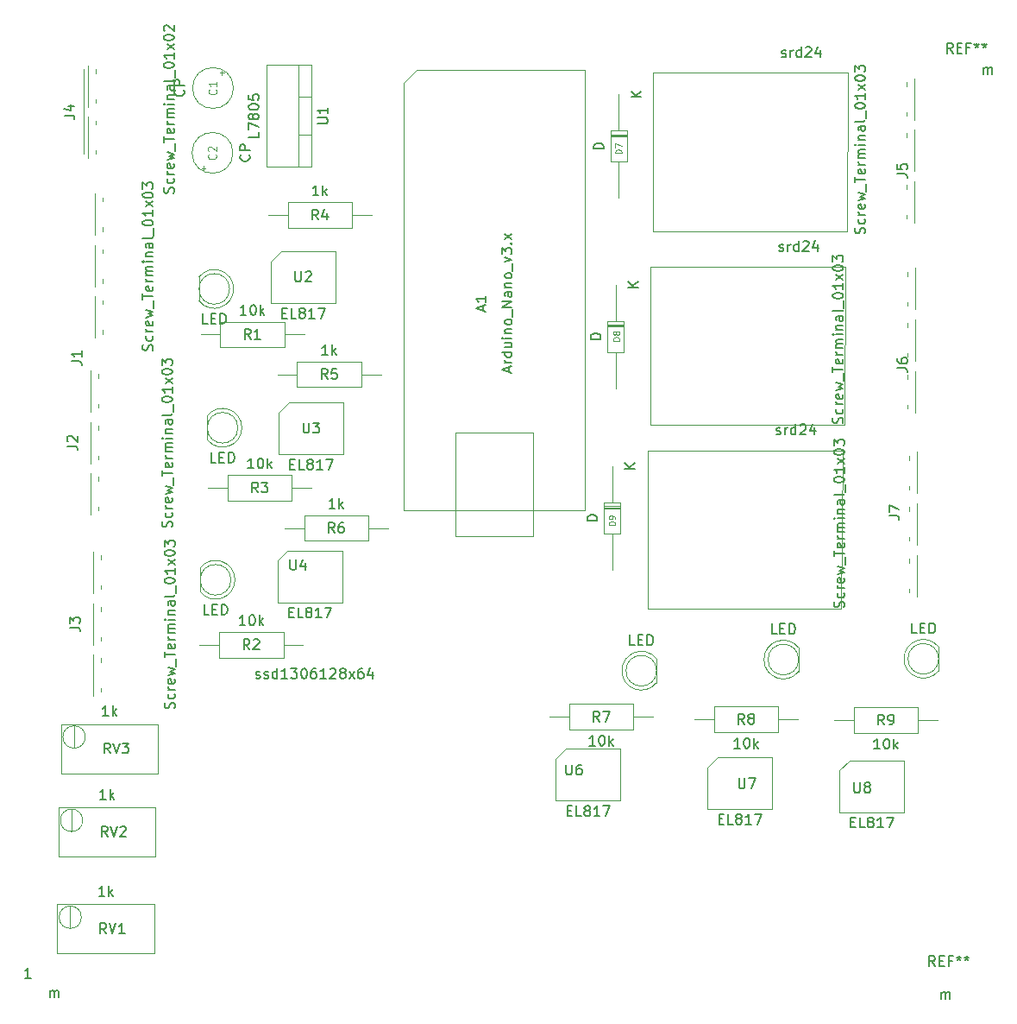
<source format=gbr>
%TF.GenerationSoftware,KiCad,Pcbnew,(5.1.6)-1*%
%TF.CreationDate,2020-11-28T00:37:20-05:00*%
%TF.ProjectId,arduino_graphite,61726475-696e-46f5-9f67-726170686974,rev?*%
%TF.SameCoordinates,Original*%
%TF.FileFunction,Other,Fab,Top*%
%FSLAX46Y46*%
G04 Gerber Fmt 4.6, Leading zero omitted, Abs format (unit mm)*
G04 Created by KiCad (PCBNEW (5.1.6)-1) date 2020-11-28 00:37:20*
%MOMM*%
%LPD*%
G01*
G04 APERTURE LIST*
%ADD10C,0.100000*%
%ADD11C,0.120000*%
%ADD12C,0.150000*%
%ADD13C,0.170000*%
%ADD14C,0.091200*%
G04 APERTURE END LIST*
D10*
%TO.C,J4*%
X43184000Y-38473800D02*
X43184000Y-35163800D01*
X43184000Y-38853800D02*
X43184000Y-38473800D01*
X43184000Y-34783800D02*
X43184000Y-35163800D01*
X42794000Y-35163800D02*
X42794000Y-38473800D01*
X42794000Y-40173800D02*
X42794000Y-38473800D01*
X42794000Y-43473800D02*
X42794000Y-40173800D01*
X43184000Y-40173800D02*
X43184000Y-43473800D01*
X43184000Y-39793800D02*
X43184000Y-40173800D01*
X43184000Y-43853800D02*
X43184000Y-43473800D01*
X43944000Y-35163800D02*
X43944000Y-35553800D01*
X43944000Y-38473800D02*
X43944000Y-38093800D01*
X43944000Y-40173800D02*
X43944000Y-40553800D01*
X43944000Y-43473800D02*
X43944000Y-43093800D01*
X43184000Y-38093800D02*
X43184000Y-35553800D01*
X43184000Y-43093800D02*
X43184000Y-40553800D01*
%TO.C,J5*%
X124288200Y-46494600D02*
X124288200Y-49794600D01*
X124288200Y-46114600D02*
X124288200Y-46494600D01*
X124288200Y-50174600D02*
X124288200Y-49794600D01*
X123528200Y-49794600D02*
X123528200Y-49414600D01*
X123528200Y-46494600D02*
X123528200Y-46874600D01*
X124288200Y-46874600D02*
X124288200Y-49414600D01*
X124288200Y-36794600D02*
X124288200Y-39334600D01*
X124288200Y-41794600D02*
X124288200Y-44334600D01*
X123528200Y-36404600D02*
X123528200Y-36794600D01*
X123528200Y-39714600D02*
X123528200Y-39334600D01*
X123528200Y-41414600D02*
X123528200Y-41794600D01*
X123528200Y-44714600D02*
X123528200Y-44334600D01*
X124288200Y-36024600D02*
X124288200Y-36404600D01*
X124288200Y-40094600D02*
X124288200Y-39714600D01*
X124288200Y-39714600D02*
X124288200Y-36404600D01*
X124288200Y-45094600D02*
X124288200Y-44714600D01*
X124288200Y-41034600D02*
X124288200Y-41414600D01*
X124288200Y-41414600D02*
X124288200Y-44714600D01*
%TO.C,J1*%
X43859800Y-51016000D02*
X43859800Y-47716000D01*
X43859800Y-51396000D02*
X43859800Y-51016000D01*
X43859800Y-47336000D02*
X43859800Y-47716000D01*
X44619800Y-47716000D02*
X44619800Y-48096000D01*
X44619800Y-51016000D02*
X44619800Y-50636000D01*
X43859800Y-50636000D02*
X43859800Y-48096000D01*
X43859800Y-60716000D02*
X43859800Y-58176000D01*
X43859800Y-55716000D02*
X43859800Y-53176000D01*
X44619800Y-61106000D02*
X44619800Y-60716000D01*
X44619800Y-57796000D02*
X44619800Y-58176000D01*
X44619800Y-56096000D02*
X44619800Y-55716000D01*
X44619800Y-52796000D02*
X44619800Y-53176000D01*
X43859800Y-61486000D02*
X43859800Y-61106000D01*
X43859800Y-57416000D02*
X43859800Y-57796000D01*
X43859800Y-57796000D02*
X43859800Y-61106000D01*
X43859800Y-52416000D02*
X43859800Y-52796000D01*
X43859800Y-56476000D02*
X43859800Y-56096000D01*
X43859800Y-56096000D02*
X43859800Y-52796000D01*
%TO.C,J2*%
X43453400Y-68338800D02*
X43453400Y-65038800D01*
X43453400Y-68718800D02*
X43453400Y-68338800D01*
X43453400Y-64658800D02*
X43453400Y-65038800D01*
X44213400Y-65038800D02*
X44213400Y-65418800D01*
X44213400Y-68338800D02*
X44213400Y-67958800D01*
X43453400Y-67958800D02*
X43453400Y-65418800D01*
X43453400Y-78038800D02*
X43453400Y-75498800D01*
X43453400Y-73038800D02*
X43453400Y-70498800D01*
X44213400Y-78428800D02*
X44213400Y-78038800D01*
X44213400Y-75118800D02*
X44213400Y-75498800D01*
X44213400Y-73418800D02*
X44213400Y-73038800D01*
X44213400Y-70118800D02*
X44213400Y-70498800D01*
X43453400Y-78808800D02*
X43453400Y-78428800D01*
X43453400Y-74738800D02*
X43453400Y-75118800D01*
X43453400Y-75118800D02*
X43453400Y-78428800D01*
X43453400Y-69738800D02*
X43453400Y-70118800D01*
X43453400Y-73798800D02*
X43453400Y-73418800D01*
X43453400Y-73418800D02*
X43453400Y-70118800D01*
%TO.C,J3*%
X43707400Y-86118800D02*
X43707400Y-82818800D01*
X43707400Y-86498800D02*
X43707400Y-86118800D01*
X43707400Y-82438800D02*
X43707400Y-82818800D01*
X44467400Y-82818800D02*
X44467400Y-83198800D01*
X44467400Y-86118800D02*
X44467400Y-85738800D01*
X43707400Y-85738800D02*
X43707400Y-83198800D01*
X43707400Y-95818800D02*
X43707400Y-93278800D01*
X43707400Y-90818800D02*
X43707400Y-88278800D01*
X44467400Y-96208800D02*
X44467400Y-95818800D01*
X44467400Y-92898800D02*
X44467400Y-93278800D01*
X44467400Y-91198800D02*
X44467400Y-90818800D01*
X44467400Y-87898800D02*
X44467400Y-88278800D01*
X43707400Y-96588800D02*
X43707400Y-96208800D01*
X43707400Y-92518800D02*
X43707400Y-92898800D01*
X43707400Y-92898800D02*
X43707400Y-96208800D01*
X43707400Y-87518800D02*
X43707400Y-87898800D01*
X43707400Y-91578800D02*
X43707400Y-91198800D01*
X43707400Y-91198800D02*
X43707400Y-87898800D01*
%TO.C,J6*%
X124415200Y-65112800D02*
X124415200Y-68412800D01*
X124415200Y-64732800D02*
X124415200Y-65112800D01*
X124415200Y-68792800D02*
X124415200Y-68412800D01*
X123655200Y-68412800D02*
X123655200Y-68032800D01*
X123655200Y-65112800D02*
X123655200Y-65492800D01*
X124415200Y-65492800D02*
X124415200Y-68032800D01*
X124415200Y-55412800D02*
X124415200Y-57952800D01*
X124415200Y-60412800D02*
X124415200Y-62952800D01*
X123655200Y-55022800D02*
X123655200Y-55412800D01*
X123655200Y-58332800D02*
X123655200Y-57952800D01*
X123655200Y-60032800D02*
X123655200Y-60412800D01*
X123655200Y-63332800D02*
X123655200Y-62952800D01*
X124415200Y-54642800D02*
X124415200Y-55022800D01*
X124415200Y-58712800D02*
X124415200Y-58332800D01*
X124415200Y-58332800D02*
X124415200Y-55022800D01*
X124415200Y-63712800D02*
X124415200Y-63332800D01*
X124415200Y-59652800D02*
X124415200Y-60032800D01*
X124415200Y-60032800D02*
X124415200Y-63332800D01*
%TO.C,J7*%
X124542200Y-83146800D02*
X124542200Y-86446800D01*
X124542200Y-82766800D02*
X124542200Y-83146800D01*
X124542200Y-86826800D02*
X124542200Y-86446800D01*
X123782200Y-86446800D02*
X123782200Y-86066800D01*
X123782200Y-83146800D02*
X123782200Y-83526800D01*
X124542200Y-83526800D02*
X124542200Y-86066800D01*
X124542200Y-73446800D02*
X124542200Y-75986800D01*
X124542200Y-78446800D02*
X124542200Y-80986800D01*
X123782200Y-73056800D02*
X123782200Y-73446800D01*
X123782200Y-76366800D02*
X123782200Y-75986800D01*
X123782200Y-78066800D02*
X123782200Y-78446800D01*
X123782200Y-81366800D02*
X123782200Y-80986800D01*
X124542200Y-72676800D02*
X124542200Y-73056800D01*
X124542200Y-76746800D02*
X124542200Y-76366800D01*
X124542200Y-76366800D02*
X124542200Y-73056800D01*
X124542200Y-81746800D02*
X124542200Y-81366800D01*
X124542200Y-77686800D02*
X124542200Y-78066800D01*
X124542200Y-78066800D02*
X124542200Y-81366800D01*
%TO.C,A1*%
X91973400Y-35255200D02*
X91973400Y-78435200D01*
X75463400Y-35255200D02*
X91973400Y-35255200D01*
X74193400Y-36525200D02*
X75463400Y-35255200D01*
X74193400Y-78435200D02*
X74193400Y-36525200D01*
X91973400Y-78435200D02*
X74193400Y-78435200D01*
X79273400Y-80975200D02*
X79273400Y-70815200D01*
X86893400Y-80975200D02*
X79273400Y-80975200D01*
X86893400Y-70815200D02*
X86893400Y-80975200D01*
X79273400Y-70815200D02*
X86893400Y-70815200D01*
%TO.C,D1*%
X54100600Y-55526610D02*
X54100600Y-57858990D01*
X57100600Y-56692800D02*
G75*
G03*
X57100600Y-56692800I-1500000J0D01*
G01*
X54100045Y-57858276D02*
G75*
G03*
X54100600Y-55526610I1500555J1165476D01*
G01*
%TO.C,D2*%
X54227600Y-84050810D02*
X54227600Y-86383190D01*
X57227600Y-85217000D02*
G75*
G03*
X57227600Y-85217000I-1500000J0D01*
G01*
X54227045Y-86382476D02*
G75*
G03*
X54227600Y-84050810I1500555J1165476D01*
G01*
%TO.C,D3*%
X54913400Y-69141010D02*
X54913400Y-71473390D01*
X57913400Y-70307200D02*
G75*
G03*
X57913400Y-70307200I-1500000J0D01*
G01*
X54912845Y-71472676D02*
G75*
G03*
X54913400Y-69141010I1500555J1165476D01*
G01*
%TO.C,D4*%
X99010600Y-95298590D02*
X99010600Y-92966210D01*
X99010600Y-94132400D02*
G75*
G03*
X99010600Y-94132400I-1500000J0D01*
G01*
X99011155Y-92966924D02*
G75*
G03*
X99010600Y-95298590I-1500555J-1165476D01*
G01*
%TO.C,D5*%
X126696600Y-94130190D02*
X126696600Y-91797810D01*
X126696600Y-92964000D02*
G75*
G03*
X126696600Y-92964000I-1500000J0D01*
G01*
X126697155Y-91798524D02*
G75*
G03*
X126696600Y-94130190I-1500555J-1165476D01*
G01*
%TO.C,D6*%
X112955200Y-94206390D02*
X112955200Y-91874010D01*
X112955200Y-93040200D02*
G75*
G03*
X112955200Y-93040200I-1500000J0D01*
G01*
X112955755Y-91874724D02*
G75*
G03*
X112955200Y-94206390I-1500555J-1165476D01*
G01*
D11*
%TO.C,K1*%
X98679400Y-51010200D02*
X98679400Y-35510200D01*
X117779400Y-35510200D02*
X117679400Y-51010200D01*
X117679400Y-51010200D02*
X98679400Y-51010200D01*
X98729400Y-35510200D02*
X117729400Y-35510200D01*
%TO.C,K2*%
X98425400Y-70034800D02*
X98425400Y-54534800D01*
X117525400Y-54534800D02*
X117425400Y-70034800D01*
X117425400Y-70034800D02*
X98425400Y-70034800D01*
X98475400Y-54534800D02*
X117475400Y-54534800D01*
%TO.C,K3*%
X98146000Y-88018000D02*
X98146000Y-72518000D01*
X117246000Y-72518000D02*
X117146000Y-88018000D01*
X117146000Y-88018000D02*
X98146000Y-88018000D01*
X98196000Y-72518000D02*
X117196000Y-72518000D01*
D10*
%TO.C,C1*%
X57473600Y-36991800D02*
G75*
G03*
X57473600Y-36991800I-2000000J0D01*
G01*
X56341100Y-35289246D02*
X56341100Y-35689246D01*
X56541100Y-35489246D02*
X56141100Y-35489246D01*
%TO.C,C2*%
X57422800Y-43348400D02*
G75*
G03*
X57422800Y-43348400I-2000000J0D01*
G01*
X54555300Y-45050954D02*
X54555300Y-44650954D01*
X54355300Y-44850954D02*
X54755300Y-44850954D01*
%TO.C,D7*%
X96100800Y-41177400D02*
X94500800Y-41177400D01*
X94500800Y-41177400D02*
X94500800Y-44217400D01*
X94500800Y-44217400D02*
X96100800Y-44217400D01*
X96100800Y-44217400D02*
X96100800Y-41177400D01*
X95300800Y-37617400D02*
X95300800Y-41177400D01*
X95300800Y-47777400D02*
X95300800Y-44217400D01*
X96100800Y-41633400D02*
X94500800Y-41633400D01*
X96100800Y-41733400D02*
X94500800Y-41733400D01*
X96100800Y-41533400D02*
X94500800Y-41533400D01*
%TO.C,D8*%
X95796000Y-59846400D02*
X94196000Y-59846400D01*
X94196000Y-59846400D02*
X94196000Y-62886400D01*
X94196000Y-62886400D02*
X95796000Y-62886400D01*
X95796000Y-62886400D02*
X95796000Y-59846400D01*
X94996000Y-56286400D02*
X94996000Y-59846400D01*
X94996000Y-66446400D02*
X94996000Y-62886400D01*
X95796000Y-60302400D02*
X94196000Y-60302400D01*
X95796000Y-60402400D02*
X94196000Y-60402400D01*
X95796000Y-60202400D02*
X94196000Y-60202400D01*
%TO.C,D9*%
X95465800Y-77651800D02*
X93865800Y-77651800D01*
X93865800Y-77651800D02*
X93865800Y-80691800D01*
X93865800Y-80691800D02*
X95465800Y-80691800D01*
X95465800Y-80691800D02*
X95465800Y-77651800D01*
X94665800Y-74091800D02*
X94665800Y-77651800D01*
X94665800Y-84251800D02*
X94665800Y-80691800D01*
X95465800Y-78107800D02*
X93865800Y-78107800D01*
X95465800Y-78207800D02*
X93865800Y-78207800D01*
X95465800Y-78007800D02*
X93865800Y-78007800D01*
%TO.C,R1*%
X62484400Y-62413200D02*
X62484400Y-59913200D01*
X62484400Y-59913200D02*
X56184400Y-59913200D01*
X56184400Y-59913200D02*
X56184400Y-62413200D01*
X56184400Y-62413200D02*
X62484400Y-62413200D01*
X64414400Y-61163200D02*
X62484400Y-61163200D01*
X54254400Y-61163200D02*
X56184400Y-61163200D01*
%TO.C,R2*%
X62382800Y-92842400D02*
X62382800Y-90342400D01*
X62382800Y-90342400D02*
X56082800Y-90342400D01*
X56082800Y-90342400D02*
X56082800Y-92842400D01*
X56082800Y-92842400D02*
X62382800Y-92842400D01*
X64312800Y-91592400D02*
X62382800Y-91592400D01*
X54152800Y-91592400D02*
X56082800Y-91592400D01*
%TO.C,R3*%
X63221000Y-77450000D02*
X63221000Y-74950000D01*
X63221000Y-74950000D02*
X56921000Y-74950000D01*
X56921000Y-74950000D02*
X56921000Y-77450000D01*
X56921000Y-77450000D02*
X63221000Y-77450000D01*
X65151000Y-76200000D02*
X63221000Y-76200000D01*
X54991000Y-76200000D02*
X56921000Y-76200000D01*
%TO.C,R4*%
X69113800Y-50703800D02*
X69113800Y-48203800D01*
X69113800Y-48203800D02*
X62813800Y-48203800D01*
X62813800Y-48203800D02*
X62813800Y-50703800D01*
X62813800Y-50703800D02*
X69113800Y-50703800D01*
X71043800Y-49453800D02*
X69113800Y-49453800D01*
X60883800Y-49453800D02*
X62813800Y-49453800D01*
%TO.C,R5*%
X70028200Y-66324800D02*
X70028200Y-63824800D01*
X70028200Y-63824800D02*
X63728200Y-63824800D01*
X63728200Y-63824800D02*
X63728200Y-66324800D01*
X63728200Y-66324800D02*
X70028200Y-66324800D01*
X71958200Y-65074800D02*
X70028200Y-65074800D01*
X61798200Y-65074800D02*
X63728200Y-65074800D01*
%TO.C,R6*%
X70714000Y-81387000D02*
X70714000Y-78887000D01*
X70714000Y-78887000D02*
X64414000Y-78887000D01*
X64414000Y-78887000D02*
X64414000Y-81387000D01*
X64414000Y-81387000D02*
X70714000Y-81387000D01*
X72644000Y-80137000D02*
X70714000Y-80137000D01*
X62484000Y-80137000D02*
X64414000Y-80137000D01*
%TO.C,R7*%
X90423600Y-97403600D02*
X90423600Y-99903600D01*
X90423600Y-99903600D02*
X96723600Y-99903600D01*
X96723600Y-99903600D02*
X96723600Y-97403600D01*
X96723600Y-97403600D02*
X90423600Y-97403600D01*
X88493600Y-98653600D02*
X90423600Y-98653600D01*
X98653600Y-98653600D02*
X96723600Y-98653600D01*
%TO.C,R8*%
X104647600Y-97657600D02*
X104647600Y-100157600D01*
X104647600Y-100157600D02*
X110947600Y-100157600D01*
X110947600Y-100157600D02*
X110947600Y-97657600D01*
X110947600Y-97657600D02*
X104647600Y-97657600D01*
X102717600Y-98907600D02*
X104647600Y-98907600D01*
X112877600Y-98907600D02*
X110947600Y-98907600D01*
%TO.C,R9*%
X118363600Y-97733800D02*
X118363600Y-100233800D01*
X118363600Y-100233800D02*
X124663600Y-100233800D01*
X124663600Y-100233800D02*
X124663600Y-97733800D01*
X124663600Y-97733800D02*
X118363600Y-97733800D01*
X116433600Y-98983800D02*
X118363600Y-98983800D01*
X126593600Y-98983800D02*
X124663600Y-98983800D01*
%TO.C,RV1*%
X42558000Y-118306200D02*
G75*
G03*
X42558000Y-118306200I-1095000J0D01*
G01*
X49723000Y-121866200D02*
X49723000Y-117036200D01*
X49723000Y-117036200D02*
X40193000Y-117036200D01*
X40193000Y-117036200D02*
X40193000Y-121866200D01*
X40193000Y-121866200D02*
X49723000Y-121866200D01*
X41463000Y-117221200D02*
X41462000Y-119390200D01*
X41463000Y-117221200D02*
X41462000Y-119390200D01*
%TO.C,RV2*%
X42685000Y-108806600D02*
G75*
G03*
X42685000Y-108806600I-1095000J0D01*
G01*
X49850000Y-112366600D02*
X49850000Y-107536600D01*
X49850000Y-107536600D02*
X40320000Y-107536600D01*
X40320000Y-107536600D02*
X40320000Y-112366600D01*
X40320000Y-112366600D02*
X49850000Y-112366600D01*
X41590000Y-107721600D02*
X41589000Y-109890600D01*
X41590000Y-107721600D02*
X41589000Y-109890600D01*
%TO.C,RV3*%
X42939000Y-100627800D02*
G75*
G03*
X42939000Y-100627800I-1095000J0D01*
G01*
X50104000Y-104187800D02*
X50104000Y-99357800D01*
X50104000Y-99357800D02*
X40574000Y-99357800D01*
X40574000Y-99357800D02*
X40574000Y-104187800D01*
X40574000Y-104187800D02*
X50104000Y-104187800D01*
X41844000Y-99542800D02*
X41843000Y-101711800D01*
X41844000Y-99542800D02*
X41843000Y-101711800D01*
%TO.C,U1*%
X65151400Y-34725600D02*
X60751400Y-34725600D01*
X60751400Y-34725600D02*
X60751400Y-44725600D01*
X60751400Y-44725600D02*
X65151400Y-44725600D01*
X65151400Y-44725600D02*
X65151400Y-34725600D01*
X63881400Y-34725600D02*
X63881400Y-44725600D01*
X65151400Y-37875600D02*
X63881400Y-37875600D01*
X65151400Y-41575600D02*
X63881400Y-41575600D01*
%TO.C,U2*%
X61137800Y-53984400D02*
X62137800Y-52984400D01*
X61137800Y-58064400D02*
X61137800Y-53984400D01*
X67487800Y-58064400D02*
X61137800Y-58064400D01*
X67487800Y-52984400D02*
X67487800Y-58064400D01*
X62137800Y-52984400D02*
X67487800Y-52984400D01*
%TO.C,U3*%
X61925200Y-68818000D02*
X62925200Y-67818000D01*
X61925200Y-72898000D02*
X61925200Y-68818000D01*
X68275200Y-72898000D02*
X61925200Y-72898000D01*
X68275200Y-67818000D02*
X68275200Y-72898000D01*
X62925200Y-67818000D02*
X68275200Y-67818000D01*
%TO.C,U4*%
X61798200Y-83346800D02*
X62798200Y-82346800D01*
X61798200Y-87426800D02*
X61798200Y-83346800D01*
X68148200Y-87426800D02*
X61798200Y-87426800D01*
X68148200Y-82346800D02*
X68148200Y-87426800D01*
X62798200Y-82346800D02*
X68148200Y-82346800D01*
%TO.C,U6*%
X89128600Y-102803200D02*
X90128600Y-101803200D01*
X89128600Y-106883200D02*
X89128600Y-102803200D01*
X95478600Y-106883200D02*
X89128600Y-106883200D01*
X95478600Y-101803200D02*
X95478600Y-106883200D01*
X90128600Y-101803200D02*
X95478600Y-101803200D01*
%TO.C,U7*%
X104013000Y-103590600D02*
X105013000Y-102590600D01*
X104013000Y-107670600D02*
X104013000Y-103590600D01*
X110363000Y-107670600D02*
X104013000Y-107670600D01*
X110363000Y-102590600D02*
X110363000Y-107670600D01*
X105013000Y-102590600D02*
X110363000Y-102590600D01*
%TO.C,U8*%
X116941600Y-103920800D02*
X117941600Y-102920800D01*
X116941600Y-108000800D02*
X116941600Y-103920800D01*
X123291600Y-108000800D02*
X116941600Y-108000800D01*
X123291600Y-102920800D02*
X123291600Y-108000800D01*
X117941600Y-102920800D02*
X123291600Y-102920800D01*
%TD*%
%TO.C,REF\u002A\u002A*%
D12*
X131118028Y-35656780D02*
X131118028Y-34990114D01*
X131118028Y-35085352D02*
X131165647Y-35037733D01*
X131260885Y-34990114D01*
X131403742Y-34990114D01*
X131498980Y-35037733D01*
X131546600Y-35132971D01*
X131546600Y-35656780D01*
X131546600Y-35132971D02*
X131594219Y-35037733D01*
X131689457Y-34990114D01*
X131832314Y-34990114D01*
X131927552Y-35037733D01*
X131975171Y-35132971D01*
X131975171Y-35656780D01*
X128100266Y-33573980D02*
X127766933Y-33097790D01*
X127528838Y-33573980D02*
X127528838Y-32573980D01*
X127909790Y-32573980D01*
X128005028Y-32621600D01*
X128052647Y-32669219D01*
X128100266Y-32764457D01*
X128100266Y-32907314D01*
X128052647Y-33002552D01*
X128005028Y-33050171D01*
X127909790Y-33097790D01*
X127528838Y-33097790D01*
X128528838Y-33050171D02*
X128862171Y-33050171D01*
X129005028Y-33573980D02*
X128528838Y-33573980D01*
X128528838Y-32573980D01*
X129005028Y-32573980D01*
X129766933Y-33050171D02*
X129433600Y-33050171D01*
X129433600Y-33573980D02*
X129433600Y-32573980D01*
X129909790Y-32573980D01*
X130433600Y-32573980D02*
X130433600Y-32812076D01*
X130195504Y-32716838D02*
X130433600Y-32812076D01*
X130671695Y-32716838D01*
X130290742Y-33002552D02*
X130433600Y-32812076D01*
X130576457Y-33002552D01*
X131195504Y-32573980D02*
X131195504Y-32812076D01*
X130957409Y-32716838D02*
X131195504Y-32812076D01*
X131433600Y-32716838D01*
X131052647Y-33002552D02*
X131195504Y-32812076D01*
X131338361Y-33002552D01*
%TO.C,1*%
X39474828Y-126182380D02*
X39474828Y-125515714D01*
X39474828Y-125610952D02*
X39522447Y-125563333D01*
X39617685Y-125515714D01*
X39760542Y-125515714D01*
X39855780Y-125563333D01*
X39903400Y-125658571D01*
X39903400Y-126182380D01*
X39903400Y-125658571D02*
X39951019Y-125563333D01*
X40046257Y-125515714D01*
X40189114Y-125515714D01*
X40284352Y-125563333D01*
X40331971Y-125658571D01*
X40331971Y-126182380D01*
X37593514Y-124277380D02*
X37022085Y-124277380D01*
X37307800Y-124277380D02*
X37307800Y-123277380D01*
X37212561Y-123420238D01*
X37117323Y-123515476D01*
X37022085Y-123563095D01*
%TO.C,REF\u002A\u002A*%
X126952428Y-126308980D02*
X126952428Y-125642314D01*
X126952428Y-125737552D02*
X127000047Y-125689933D01*
X127095285Y-125642314D01*
X127238142Y-125642314D01*
X127333380Y-125689933D01*
X127381000Y-125785171D01*
X127381000Y-126308980D01*
X127381000Y-125785171D02*
X127428619Y-125689933D01*
X127523857Y-125642314D01*
X127666714Y-125642314D01*
X127761952Y-125689933D01*
X127809571Y-125785171D01*
X127809571Y-126308980D01*
X126347666Y-123108980D02*
X126014333Y-122632790D01*
X125776238Y-123108980D02*
X125776238Y-122108980D01*
X126157190Y-122108980D01*
X126252428Y-122156600D01*
X126300047Y-122204219D01*
X126347666Y-122299457D01*
X126347666Y-122442314D01*
X126300047Y-122537552D01*
X126252428Y-122585171D01*
X126157190Y-122632790D01*
X125776238Y-122632790D01*
X126776238Y-122585171D02*
X127109571Y-122585171D01*
X127252428Y-123108980D02*
X126776238Y-123108980D01*
X126776238Y-122108980D01*
X127252428Y-122108980D01*
X128014333Y-122585171D02*
X127681000Y-122585171D01*
X127681000Y-123108980D02*
X127681000Y-122108980D01*
X128157190Y-122108980D01*
X128681000Y-122108980D02*
X128681000Y-122347076D01*
X128442904Y-122251838D02*
X128681000Y-122347076D01*
X128919095Y-122251838D01*
X128538142Y-122537552D02*
X128681000Y-122347076D01*
X128823857Y-122537552D01*
X129442904Y-122108980D02*
X129442904Y-122347076D01*
X129204809Y-122251838D02*
X129442904Y-122347076D01*
X129681000Y-122251838D01*
X129300047Y-122537552D02*
X129442904Y-122347076D01*
X129585761Y-122537552D01*
%TO.C,J4*%
X51588761Y-47291895D02*
X51636380Y-47149038D01*
X51636380Y-46910942D01*
X51588761Y-46815704D01*
X51541142Y-46768085D01*
X51445904Y-46720466D01*
X51350666Y-46720466D01*
X51255428Y-46768085D01*
X51207809Y-46815704D01*
X51160190Y-46910942D01*
X51112571Y-47101419D01*
X51064952Y-47196657D01*
X51017333Y-47244276D01*
X50922095Y-47291895D01*
X50826857Y-47291895D01*
X50731619Y-47244276D01*
X50684000Y-47196657D01*
X50636380Y-47101419D01*
X50636380Y-46863323D01*
X50684000Y-46720466D01*
X51588761Y-45863323D02*
X51636380Y-45958561D01*
X51636380Y-46149038D01*
X51588761Y-46244276D01*
X51541142Y-46291895D01*
X51445904Y-46339514D01*
X51160190Y-46339514D01*
X51064952Y-46291895D01*
X51017333Y-46244276D01*
X50969714Y-46149038D01*
X50969714Y-45958561D01*
X51017333Y-45863323D01*
X51636380Y-45434752D02*
X50969714Y-45434752D01*
X51160190Y-45434752D02*
X51064952Y-45387133D01*
X51017333Y-45339514D01*
X50969714Y-45244276D01*
X50969714Y-45149038D01*
X51588761Y-44434752D02*
X51636380Y-44529990D01*
X51636380Y-44720466D01*
X51588761Y-44815704D01*
X51493523Y-44863323D01*
X51112571Y-44863323D01*
X51017333Y-44815704D01*
X50969714Y-44720466D01*
X50969714Y-44529990D01*
X51017333Y-44434752D01*
X51112571Y-44387133D01*
X51207809Y-44387133D01*
X51303047Y-44863323D01*
X50969714Y-44053800D02*
X51636380Y-43863323D01*
X51160190Y-43672847D01*
X51636380Y-43482371D01*
X50969714Y-43291895D01*
X51731619Y-43149038D02*
X51731619Y-42387133D01*
X50636380Y-42291895D02*
X50636380Y-41720466D01*
X51636380Y-42006180D02*
X50636380Y-42006180D01*
X51588761Y-41006180D02*
X51636380Y-41101419D01*
X51636380Y-41291895D01*
X51588761Y-41387133D01*
X51493523Y-41434752D01*
X51112571Y-41434752D01*
X51017333Y-41387133D01*
X50969714Y-41291895D01*
X50969714Y-41101419D01*
X51017333Y-41006180D01*
X51112571Y-40958561D01*
X51207809Y-40958561D01*
X51303047Y-41434752D01*
X51636380Y-40529990D02*
X50969714Y-40529990D01*
X51160190Y-40529990D02*
X51064952Y-40482371D01*
X51017333Y-40434752D01*
X50969714Y-40339514D01*
X50969714Y-40244276D01*
X51636380Y-39910942D02*
X50969714Y-39910942D01*
X51064952Y-39910942D02*
X51017333Y-39863323D01*
X50969714Y-39768085D01*
X50969714Y-39625228D01*
X51017333Y-39529990D01*
X51112571Y-39482371D01*
X51636380Y-39482371D01*
X51112571Y-39482371D02*
X51017333Y-39434752D01*
X50969714Y-39339514D01*
X50969714Y-39196657D01*
X51017333Y-39101419D01*
X51112571Y-39053800D01*
X51636380Y-39053800D01*
X51636380Y-38577609D02*
X50969714Y-38577609D01*
X50636380Y-38577609D02*
X50684000Y-38625228D01*
X50731619Y-38577609D01*
X50684000Y-38529990D01*
X50636380Y-38577609D01*
X50731619Y-38577609D01*
X50969714Y-38101419D02*
X51636380Y-38101419D01*
X51064952Y-38101419D02*
X51017333Y-38053800D01*
X50969714Y-37958561D01*
X50969714Y-37815704D01*
X51017333Y-37720466D01*
X51112571Y-37672847D01*
X51636380Y-37672847D01*
X51636380Y-36768085D02*
X51112571Y-36768085D01*
X51017333Y-36815704D01*
X50969714Y-36910942D01*
X50969714Y-37101419D01*
X51017333Y-37196657D01*
X51588761Y-36768085D02*
X51636380Y-36863323D01*
X51636380Y-37101419D01*
X51588761Y-37196657D01*
X51493523Y-37244276D01*
X51398285Y-37244276D01*
X51303047Y-37196657D01*
X51255428Y-37101419D01*
X51255428Y-36863323D01*
X51207809Y-36768085D01*
X51636380Y-36149038D02*
X51588761Y-36244276D01*
X51493523Y-36291895D01*
X50636380Y-36291895D01*
X51731619Y-36006180D02*
X51731619Y-35244276D01*
X50636380Y-34815704D02*
X50636380Y-34720466D01*
X50684000Y-34625228D01*
X50731619Y-34577609D01*
X50826857Y-34529990D01*
X51017333Y-34482371D01*
X51255428Y-34482371D01*
X51445904Y-34529990D01*
X51541142Y-34577609D01*
X51588761Y-34625228D01*
X51636380Y-34720466D01*
X51636380Y-34815704D01*
X51588761Y-34910942D01*
X51541142Y-34958561D01*
X51445904Y-35006180D01*
X51255428Y-35053800D01*
X51017333Y-35053800D01*
X50826857Y-35006180D01*
X50731619Y-34958561D01*
X50684000Y-34910942D01*
X50636380Y-34815704D01*
X51636380Y-33529990D02*
X51636380Y-34101419D01*
X51636380Y-33815704D02*
X50636380Y-33815704D01*
X50779238Y-33910942D01*
X50874476Y-34006180D01*
X50922095Y-34101419D01*
X51636380Y-33196657D02*
X50969714Y-32672847D01*
X50969714Y-33196657D02*
X51636380Y-32672847D01*
X50636380Y-32101419D02*
X50636380Y-32006180D01*
X50684000Y-31910942D01*
X50731619Y-31863323D01*
X50826857Y-31815704D01*
X51017333Y-31768085D01*
X51255428Y-31768085D01*
X51445904Y-31815704D01*
X51541142Y-31863323D01*
X51588761Y-31910942D01*
X51636380Y-32006180D01*
X51636380Y-32101419D01*
X51588761Y-32196657D01*
X51541142Y-32244276D01*
X51445904Y-32291895D01*
X51255428Y-32339514D01*
X51017333Y-32339514D01*
X50826857Y-32291895D01*
X50731619Y-32244276D01*
X50684000Y-32196657D01*
X50636380Y-32101419D01*
X50731619Y-31387133D02*
X50684000Y-31339514D01*
X50636380Y-31244276D01*
X50636380Y-31006180D01*
X50684000Y-30910942D01*
X50731619Y-30863323D01*
X50826857Y-30815704D01*
X50922095Y-30815704D01*
X51064952Y-30863323D01*
X51636380Y-31434752D01*
X51636380Y-30815704D01*
X40886380Y-39667133D02*
X41600666Y-39667133D01*
X41743523Y-39714752D01*
X41838761Y-39809990D01*
X41886380Y-39952847D01*
X41886380Y-40048085D01*
X41219714Y-38762371D02*
X41886380Y-38762371D01*
X40838761Y-39000466D02*
X41553047Y-39238561D01*
X41553047Y-38619514D01*
%TO.C,J5*%
X119432961Y-51262695D02*
X119480580Y-51119838D01*
X119480580Y-50881742D01*
X119432961Y-50786504D01*
X119385342Y-50738885D01*
X119290104Y-50691266D01*
X119194866Y-50691266D01*
X119099628Y-50738885D01*
X119052009Y-50786504D01*
X119004390Y-50881742D01*
X118956771Y-51072219D01*
X118909152Y-51167457D01*
X118861533Y-51215076D01*
X118766295Y-51262695D01*
X118671057Y-51262695D01*
X118575819Y-51215076D01*
X118528200Y-51167457D01*
X118480580Y-51072219D01*
X118480580Y-50834123D01*
X118528200Y-50691266D01*
X119432961Y-49834123D02*
X119480580Y-49929361D01*
X119480580Y-50119838D01*
X119432961Y-50215076D01*
X119385342Y-50262695D01*
X119290104Y-50310314D01*
X119004390Y-50310314D01*
X118909152Y-50262695D01*
X118861533Y-50215076D01*
X118813914Y-50119838D01*
X118813914Y-49929361D01*
X118861533Y-49834123D01*
X119480580Y-49405552D02*
X118813914Y-49405552D01*
X119004390Y-49405552D02*
X118909152Y-49357933D01*
X118861533Y-49310314D01*
X118813914Y-49215076D01*
X118813914Y-49119838D01*
X119432961Y-48405552D02*
X119480580Y-48500790D01*
X119480580Y-48691266D01*
X119432961Y-48786504D01*
X119337723Y-48834123D01*
X118956771Y-48834123D01*
X118861533Y-48786504D01*
X118813914Y-48691266D01*
X118813914Y-48500790D01*
X118861533Y-48405552D01*
X118956771Y-48357933D01*
X119052009Y-48357933D01*
X119147247Y-48834123D01*
X118813914Y-48024600D02*
X119480580Y-47834123D01*
X119004390Y-47643647D01*
X119480580Y-47453171D01*
X118813914Y-47262695D01*
X119575819Y-47119838D02*
X119575819Y-46357933D01*
X118480580Y-46262695D02*
X118480580Y-45691266D01*
X119480580Y-45976980D02*
X118480580Y-45976980D01*
X119432961Y-44976980D02*
X119480580Y-45072219D01*
X119480580Y-45262695D01*
X119432961Y-45357933D01*
X119337723Y-45405552D01*
X118956771Y-45405552D01*
X118861533Y-45357933D01*
X118813914Y-45262695D01*
X118813914Y-45072219D01*
X118861533Y-44976980D01*
X118956771Y-44929361D01*
X119052009Y-44929361D01*
X119147247Y-45405552D01*
X119480580Y-44500790D02*
X118813914Y-44500790D01*
X119004390Y-44500790D02*
X118909152Y-44453171D01*
X118861533Y-44405552D01*
X118813914Y-44310314D01*
X118813914Y-44215076D01*
X119480580Y-43881742D02*
X118813914Y-43881742D01*
X118909152Y-43881742D02*
X118861533Y-43834123D01*
X118813914Y-43738885D01*
X118813914Y-43596028D01*
X118861533Y-43500790D01*
X118956771Y-43453171D01*
X119480580Y-43453171D01*
X118956771Y-43453171D02*
X118861533Y-43405552D01*
X118813914Y-43310314D01*
X118813914Y-43167457D01*
X118861533Y-43072219D01*
X118956771Y-43024600D01*
X119480580Y-43024600D01*
X119480580Y-42548409D02*
X118813914Y-42548409D01*
X118480580Y-42548409D02*
X118528200Y-42596028D01*
X118575819Y-42548409D01*
X118528200Y-42500790D01*
X118480580Y-42548409D01*
X118575819Y-42548409D01*
X118813914Y-42072219D02*
X119480580Y-42072219D01*
X118909152Y-42072219D02*
X118861533Y-42024600D01*
X118813914Y-41929361D01*
X118813914Y-41786504D01*
X118861533Y-41691266D01*
X118956771Y-41643647D01*
X119480580Y-41643647D01*
X119480580Y-40738885D02*
X118956771Y-40738885D01*
X118861533Y-40786504D01*
X118813914Y-40881742D01*
X118813914Y-41072219D01*
X118861533Y-41167457D01*
X119432961Y-40738885D02*
X119480580Y-40834123D01*
X119480580Y-41072219D01*
X119432961Y-41167457D01*
X119337723Y-41215076D01*
X119242485Y-41215076D01*
X119147247Y-41167457D01*
X119099628Y-41072219D01*
X119099628Y-40834123D01*
X119052009Y-40738885D01*
X119480580Y-40119838D02*
X119432961Y-40215076D01*
X119337723Y-40262695D01*
X118480580Y-40262695D01*
X119575819Y-39976980D02*
X119575819Y-39215076D01*
X118480580Y-38786504D02*
X118480580Y-38691266D01*
X118528200Y-38596028D01*
X118575819Y-38548409D01*
X118671057Y-38500790D01*
X118861533Y-38453171D01*
X119099628Y-38453171D01*
X119290104Y-38500790D01*
X119385342Y-38548409D01*
X119432961Y-38596028D01*
X119480580Y-38691266D01*
X119480580Y-38786504D01*
X119432961Y-38881742D01*
X119385342Y-38929361D01*
X119290104Y-38976980D01*
X119099628Y-39024600D01*
X118861533Y-39024600D01*
X118671057Y-38976980D01*
X118575819Y-38929361D01*
X118528200Y-38881742D01*
X118480580Y-38786504D01*
X119480580Y-37500790D02*
X119480580Y-38072219D01*
X119480580Y-37786504D02*
X118480580Y-37786504D01*
X118623438Y-37881742D01*
X118718676Y-37976980D01*
X118766295Y-38072219D01*
X119480580Y-37167457D02*
X118813914Y-36643647D01*
X118813914Y-37167457D02*
X119480580Y-36643647D01*
X118480580Y-36072219D02*
X118480580Y-35976980D01*
X118528200Y-35881742D01*
X118575819Y-35834123D01*
X118671057Y-35786504D01*
X118861533Y-35738885D01*
X119099628Y-35738885D01*
X119290104Y-35786504D01*
X119385342Y-35834123D01*
X119432961Y-35881742D01*
X119480580Y-35976980D01*
X119480580Y-36072219D01*
X119432961Y-36167457D01*
X119385342Y-36215076D01*
X119290104Y-36262695D01*
X119099628Y-36310314D01*
X118861533Y-36310314D01*
X118671057Y-36262695D01*
X118575819Y-36215076D01*
X118528200Y-36167457D01*
X118480580Y-36072219D01*
X118480580Y-35405552D02*
X118480580Y-34786504D01*
X118861533Y-35119838D01*
X118861533Y-34976980D01*
X118909152Y-34881742D01*
X118956771Y-34834123D01*
X119052009Y-34786504D01*
X119290104Y-34786504D01*
X119385342Y-34834123D01*
X119432961Y-34881742D01*
X119480580Y-34976980D01*
X119480580Y-35262695D01*
X119432961Y-35357933D01*
X119385342Y-35405552D01*
X122616980Y-45418333D02*
X123331266Y-45418333D01*
X123474123Y-45465952D01*
X123569361Y-45561190D01*
X123616980Y-45704047D01*
X123616980Y-45799285D01*
X122616980Y-44465952D02*
X122616980Y-44942142D01*
X123093171Y-44989761D01*
X123045552Y-44942142D01*
X122997933Y-44846904D01*
X122997933Y-44608809D01*
X123045552Y-44513571D01*
X123093171Y-44465952D01*
X123188409Y-44418333D01*
X123426504Y-44418333D01*
X123521742Y-44465952D01*
X123569361Y-44513571D01*
X123616980Y-44608809D01*
X123616980Y-44846904D01*
X123569361Y-44942142D01*
X123521742Y-44989761D01*
%TO.C,J1*%
X49524561Y-62724095D02*
X49572180Y-62581238D01*
X49572180Y-62343142D01*
X49524561Y-62247904D01*
X49476942Y-62200285D01*
X49381704Y-62152666D01*
X49286466Y-62152666D01*
X49191228Y-62200285D01*
X49143609Y-62247904D01*
X49095990Y-62343142D01*
X49048371Y-62533619D01*
X49000752Y-62628857D01*
X48953133Y-62676476D01*
X48857895Y-62724095D01*
X48762657Y-62724095D01*
X48667419Y-62676476D01*
X48619800Y-62628857D01*
X48572180Y-62533619D01*
X48572180Y-62295523D01*
X48619800Y-62152666D01*
X49524561Y-61295523D02*
X49572180Y-61390761D01*
X49572180Y-61581238D01*
X49524561Y-61676476D01*
X49476942Y-61724095D01*
X49381704Y-61771714D01*
X49095990Y-61771714D01*
X49000752Y-61724095D01*
X48953133Y-61676476D01*
X48905514Y-61581238D01*
X48905514Y-61390761D01*
X48953133Y-61295523D01*
X49572180Y-60866952D02*
X48905514Y-60866952D01*
X49095990Y-60866952D02*
X49000752Y-60819333D01*
X48953133Y-60771714D01*
X48905514Y-60676476D01*
X48905514Y-60581238D01*
X49524561Y-59866952D02*
X49572180Y-59962190D01*
X49572180Y-60152666D01*
X49524561Y-60247904D01*
X49429323Y-60295523D01*
X49048371Y-60295523D01*
X48953133Y-60247904D01*
X48905514Y-60152666D01*
X48905514Y-59962190D01*
X48953133Y-59866952D01*
X49048371Y-59819333D01*
X49143609Y-59819333D01*
X49238847Y-60295523D01*
X48905514Y-59486000D02*
X49572180Y-59295523D01*
X49095990Y-59105047D01*
X49572180Y-58914571D01*
X48905514Y-58724095D01*
X49667419Y-58581238D02*
X49667419Y-57819333D01*
X48572180Y-57724095D02*
X48572180Y-57152666D01*
X49572180Y-57438380D02*
X48572180Y-57438380D01*
X49524561Y-56438380D02*
X49572180Y-56533619D01*
X49572180Y-56724095D01*
X49524561Y-56819333D01*
X49429323Y-56866952D01*
X49048371Y-56866952D01*
X48953133Y-56819333D01*
X48905514Y-56724095D01*
X48905514Y-56533619D01*
X48953133Y-56438380D01*
X49048371Y-56390761D01*
X49143609Y-56390761D01*
X49238847Y-56866952D01*
X49572180Y-55962190D02*
X48905514Y-55962190D01*
X49095990Y-55962190D02*
X49000752Y-55914571D01*
X48953133Y-55866952D01*
X48905514Y-55771714D01*
X48905514Y-55676476D01*
X49572180Y-55343142D02*
X48905514Y-55343142D01*
X49000752Y-55343142D02*
X48953133Y-55295523D01*
X48905514Y-55200285D01*
X48905514Y-55057428D01*
X48953133Y-54962190D01*
X49048371Y-54914571D01*
X49572180Y-54914571D01*
X49048371Y-54914571D02*
X48953133Y-54866952D01*
X48905514Y-54771714D01*
X48905514Y-54628857D01*
X48953133Y-54533619D01*
X49048371Y-54486000D01*
X49572180Y-54486000D01*
X49572180Y-54009809D02*
X48905514Y-54009809D01*
X48572180Y-54009809D02*
X48619800Y-54057428D01*
X48667419Y-54009809D01*
X48619800Y-53962190D01*
X48572180Y-54009809D01*
X48667419Y-54009809D01*
X48905514Y-53533619D02*
X49572180Y-53533619D01*
X49000752Y-53533619D02*
X48953133Y-53486000D01*
X48905514Y-53390761D01*
X48905514Y-53247904D01*
X48953133Y-53152666D01*
X49048371Y-53105047D01*
X49572180Y-53105047D01*
X49572180Y-52200285D02*
X49048371Y-52200285D01*
X48953133Y-52247904D01*
X48905514Y-52343142D01*
X48905514Y-52533619D01*
X48953133Y-52628857D01*
X49524561Y-52200285D02*
X49572180Y-52295523D01*
X49572180Y-52533619D01*
X49524561Y-52628857D01*
X49429323Y-52676476D01*
X49334085Y-52676476D01*
X49238847Y-52628857D01*
X49191228Y-52533619D01*
X49191228Y-52295523D01*
X49143609Y-52200285D01*
X49572180Y-51581238D02*
X49524561Y-51676476D01*
X49429323Y-51724095D01*
X48572180Y-51724095D01*
X49667419Y-51438380D02*
X49667419Y-50676476D01*
X48572180Y-50247904D02*
X48572180Y-50152666D01*
X48619800Y-50057428D01*
X48667419Y-50009809D01*
X48762657Y-49962190D01*
X48953133Y-49914571D01*
X49191228Y-49914571D01*
X49381704Y-49962190D01*
X49476942Y-50009809D01*
X49524561Y-50057428D01*
X49572180Y-50152666D01*
X49572180Y-50247904D01*
X49524561Y-50343142D01*
X49476942Y-50390761D01*
X49381704Y-50438380D01*
X49191228Y-50486000D01*
X48953133Y-50486000D01*
X48762657Y-50438380D01*
X48667419Y-50390761D01*
X48619800Y-50343142D01*
X48572180Y-50247904D01*
X49572180Y-48962190D02*
X49572180Y-49533619D01*
X49572180Y-49247904D02*
X48572180Y-49247904D01*
X48715038Y-49343142D01*
X48810276Y-49438380D01*
X48857895Y-49533619D01*
X49572180Y-48628857D02*
X48905514Y-48105047D01*
X48905514Y-48628857D02*
X49572180Y-48105047D01*
X48572180Y-47533619D02*
X48572180Y-47438380D01*
X48619800Y-47343142D01*
X48667419Y-47295523D01*
X48762657Y-47247904D01*
X48953133Y-47200285D01*
X49191228Y-47200285D01*
X49381704Y-47247904D01*
X49476942Y-47295523D01*
X49524561Y-47343142D01*
X49572180Y-47438380D01*
X49572180Y-47533619D01*
X49524561Y-47628857D01*
X49476942Y-47676476D01*
X49381704Y-47724095D01*
X49191228Y-47771714D01*
X48953133Y-47771714D01*
X48762657Y-47724095D01*
X48667419Y-47676476D01*
X48619800Y-47628857D01*
X48572180Y-47533619D01*
X48572180Y-46866952D02*
X48572180Y-46247904D01*
X48953133Y-46581238D01*
X48953133Y-46438380D01*
X49000752Y-46343142D01*
X49048371Y-46295523D01*
X49143609Y-46247904D01*
X49381704Y-46247904D01*
X49476942Y-46295523D01*
X49524561Y-46343142D01*
X49572180Y-46438380D01*
X49572180Y-46724095D01*
X49524561Y-46819333D01*
X49476942Y-46866952D01*
X41572180Y-63769333D02*
X42286466Y-63769333D01*
X42429323Y-63816952D01*
X42524561Y-63912190D01*
X42572180Y-64055047D01*
X42572180Y-64150285D01*
X42572180Y-62769333D02*
X42572180Y-63340761D01*
X42572180Y-63055047D02*
X41572180Y-63055047D01*
X41715038Y-63150285D01*
X41810276Y-63245523D01*
X41857895Y-63340761D01*
%TO.C,J2*%
X51418161Y-80046895D02*
X51465780Y-79904038D01*
X51465780Y-79665942D01*
X51418161Y-79570704D01*
X51370542Y-79523085D01*
X51275304Y-79475466D01*
X51180066Y-79475466D01*
X51084828Y-79523085D01*
X51037209Y-79570704D01*
X50989590Y-79665942D01*
X50941971Y-79856419D01*
X50894352Y-79951657D01*
X50846733Y-79999276D01*
X50751495Y-80046895D01*
X50656257Y-80046895D01*
X50561019Y-79999276D01*
X50513400Y-79951657D01*
X50465780Y-79856419D01*
X50465780Y-79618323D01*
X50513400Y-79475466D01*
X51418161Y-78618323D02*
X51465780Y-78713561D01*
X51465780Y-78904038D01*
X51418161Y-78999276D01*
X51370542Y-79046895D01*
X51275304Y-79094514D01*
X50989590Y-79094514D01*
X50894352Y-79046895D01*
X50846733Y-78999276D01*
X50799114Y-78904038D01*
X50799114Y-78713561D01*
X50846733Y-78618323D01*
X51465780Y-78189752D02*
X50799114Y-78189752D01*
X50989590Y-78189752D02*
X50894352Y-78142133D01*
X50846733Y-78094514D01*
X50799114Y-77999276D01*
X50799114Y-77904038D01*
X51418161Y-77189752D02*
X51465780Y-77284990D01*
X51465780Y-77475466D01*
X51418161Y-77570704D01*
X51322923Y-77618323D01*
X50941971Y-77618323D01*
X50846733Y-77570704D01*
X50799114Y-77475466D01*
X50799114Y-77284990D01*
X50846733Y-77189752D01*
X50941971Y-77142133D01*
X51037209Y-77142133D01*
X51132447Y-77618323D01*
X50799114Y-76808800D02*
X51465780Y-76618323D01*
X50989590Y-76427847D01*
X51465780Y-76237371D01*
X50799114Y-76046895D01*
X51561019Y-75904038D02*
X51561019Y-75142133D01*
X50465780Y-75046895D02*
X50465780Y-74475466D01*
X51465780Y-74761180D02*
X50465780Y-74761180D01*
X51418161Y-73761180D02*
X51465780Y-73856419D01*
X51465780Y-74046895D01*
X51418161Y-74142133D01*
X51322923Y-74189752D01*
X50941971Y-74189752D01*
X50846733Y-74142133D01*
X50799114Y-74046895D01*
X50799114Y-73856419D01*
X50846733Y-73761180D01*
X50941971Y-73713561D01*
X51037209Y-73713561D01*
X51132447Y-74189752D01*
X51465780Y-73284990D02*
X50799114Y-73284990D01*
X50989590Y-73284990D02*
X50894352Y-73237371D01*
X50846733Y-73189752D01*
X50799114Y-73094514D01*
X50799114Y-72999276D01*
X51465780Y-72665942D02*
X50799114Y-72665942D01*
X50894352Y-72665942D02*
X50846733Y-72618323D01*
X50799114Y-72523085D01*
X50799114Y-72380228D01*
X50846733Y-72284990D01*
X50941971Y-72237371D01*
X51465780Y-72237371D01*
X50941971Y-72237371D02*
X50846733Y-72189752D01*
X50799114Y-72094514D01*
X50799114Y-71951657D01*
X50846733Y-71856419D01*
X50941971Y-71808800D01*
X51465780Y-71808800D01*
X51465780Y-71332609D02*
X50799114Y-71332609D01*
X50465780Y-71332609D02*
X50513400Y-71380228D01*
X50561019Y-71332609D01*
X50513400Y-71284990D01*
X50465780Y-71332609D01*
X50561019Y-71332609D01*
X50799114Y-70856419D02*
X51465780Y-70856419D01*
X50894352Y-70856419D02*
X50846733Y-70808800D01*
X50799114Y-70713561D01*
X50799114Y-70570704D01*
X50846733Y-70475466D01*
X50941971Y-70427847D01*
X51465780Y-70427847D01*
X51465780Y-69523085D02*
X50941971Y-69523085D01*
X50846733Y-69570704D01*
X50799114Y-69665942D01*
X50799114Y-69856419D01*
X50846733Y-69951657D01*
X51418161Y-69523085D02*
X51465780Y-69618323D01*
X51465780Y-69856419D01*
X51418161Y-69951657D01*
X51322923Y-69999276D01*
X51227685Y-69999276D01*
X51132447Y-69951657D01*
X51084828Y-69856419D01*
X51084828Y-69618323D01*
X51037209Y-69523085D01*
X51465780Y-68904038D02*
X51418161Y-68999276D01*
X51322923Y-69046895D01*
X50465780Y-69046895D01*
X51561019Y-68761180D02*
X51561019Y-67999276D01*
X50465780Y-67570704D02*
X50465780Y-67475466D01*
X50513400Y-67380228D01*
X50561019Y-67332609D01*
X50656257Y-67284990D01*
X50846733Y-67237371D01*
X51084828Y-67237371D01*
X51275304Y-67284990D01*
X51370542Y-67332609D01*
X51418161Y-67380228D01*
X51465780Y-67475466D01*
X51465780Y-67570704D01*
X51418161Y-67665942D01*
X51370542Y-67713561D01*
X51275304Y-67761180D01*
X51084828Y-67808800D01*
X50846733Y-67808800D01*
X50656257Y-67761180D01*
X50561019Y-67713561D01*
X50513400Y-67665942D01*
X50465780Y-67570704D01*
X51465780Y-66284990D02*
X51465780Y-66856419D01*
X51465780Y-66570704D02*
X50465780Y-66570704D01*
X50608638Y-66665942D01*
X50703876Y-66761180D01*
X50751495Y-66856419D01*
X51465780Y-65951657D02*
X50799114Y-65427847D01*
X50799114Y-65951657D02*
X51465780Y-65427847D01*
X50465780Y-64856419D02*
X50465780Y-64761180D01*
X50513400Y-64665942D01*
X50561019Y-64618323D01*
X50656257Y-64570704D01*
X50846733Y-64523085D01*
X51084828Y-64523085D01*
X51275304Y-64570704D01*
X51370542Y-64618323D01*
X51418161Y-64665942D01*
X51465780Y-64761180D01*
X51465780Y-64856419D01*
X51418161Y-64951657D01*
X51370542Y-64999276D01*
X51275304Y-65046895D01*
X51084828Y-65094514D01*
X50846733Y-65094514D01*
X50656257Y-65046895D01*
X50561019Y-64999276D01*
X50513400Y-64951657D01*
X50465780Y-64856419D01*
X50465780Y-64189752D02*
X50465780Y-63570704D01*
X50846733Y-63904038D01*
X50846733Y-63761180D01*
X50894352Y-63665942D01*
X50941971Y-63618323D01*
X51037209Y-63570704D01*
X51275304Y-63570704D01*
X51370542Y-63618323D01*
X51418161Y-63665942D01*
X51465780Y-63761180D01*
X51465780Y-64046895D01*
X51418161Y-64142133D01*
X51370542Y-64189752D01*
X41165780Y-72092133D02*
X41880066Y-72092133D01*
X42022923Y-72139752D01*
X42118161Y-72234990D01*
X42165780Y-72377847D01*
X42165780Y-72473085D01*
X41261019Y-71663561D02*
X41213400Y-71615942D01*
X41165780Y-71520704D01*
X41165780Y-71282609D01*
X41213400Y-71187371D01*
X41261019Y-71139752D01*
X41356257Y-71092133D01*
X41451495Y-71092133D01*
X41594352Y-71139752D01*
X42165780Y-71711180D01*
X42165780Y-71092133D01*
%TO.C,J3*%
X51672161Y-97826895D02*
X51719780Y-97684038D01*
X51719780Y-97445942D01*
X51672161Y-97350704D01*
X51624542Y-97303085D01*
X51529304Y-97255466D01*
X51434066Y-97255466D01*
X51338828Y-97303085D01*
X51291209Y-97350704D01*
X51243590Y-97445942D01*
X51195971Y-97636419D01*
X51148352Y-97731657D01*
X51100733Y-97779276D01*
X51005495Y-97826895D01*
X50910257Y-97826895D01*
X50815019Y-97779276D01*
X50767400Y-97731657D01*
X50719780Y-97636419D01*
X50719780Y-97398323D01*
X50767400Y-97255466D01*
X51672161Y-96398323D02*
X51719780Y-96493561D01*
X51719780Y-96684038D01*
X51672161Y-96779276D01*
X51624542Y-96826895D01*
X51529304Y-96874514D01*
X51243590Y-96874514D01*
X51148352Y-96826895D01*
X51100733Y-96779276D01*
X51053114Y-96684038D01*
X51053114Y-96493561D01*
X51100733Y-96398323D01*
X51719780Y-95969752D02*
X51053114Y-95969752D01*
X51243590Y-95969752D02*
X51148352Y-95922133D01*
X51100733Y-95874514D01*
X51053114Y-95779276D01*
X51053114Y-95684038D01*
X51672161Y-94969752D02*
X51719780Y-95064990D01*
X51719780Y-95255466D01*
X51672161Y-95350704D01*
X51576923Y-95398323D01*
X51195971Y-95398323D01*
X51100733Y-95350704D01*
X51053114Y-95255466D01*
X51053114Y-95064990D01*
X51100733Y-94969752D01*
X51195971Y-94922133D01*
X51291209Y-94922133D01*
X51386447Y-95398323D01*
X51053114Y-94588800D02*
X51719780Y-94398323D01*
X51243590Y-94207847D01*
X51719780Y-94017371D01*
X51053114Y-93826895D01*
X51815019Y-93684038D02*
X51815019Y-92922133D01*
X50719780Y-92826895D02*
X50719780Y-92255466D01*
X51719780Y-92541180D02*
X50719780Y-92541180D01*
X51672161Y-91541180D02*
X51719780Y-91636419D01*
X51719780Y-91826895D01*
X51672161Y-91922133D01*
X51576923Y-91969752D01*
X51195971Y-91969752D01*
X51100733Y-91922133D01*
X51053114Y-91826895D01*
X51053114Y-91636419D01*
X51100733Y-91541180D01*
X51195971Y-91493561D01*
X51291209Y-91493561D01*
X51386447Y-91969752D01*
X51719780Y-91064990D02*
X51053114Y-91064990D01*
X51243590Y-91064990D02*
X51148352Y-91017371D01*
X51100733Y-90969752D01*
X51053114Y-90874514D01*
X51053114Y-90779276D01*
X51719780Y-90445942D02*
X51053114Y-90445942D01*
X51148352Y-90445942D02*
X51100733Y-90398323D01*
X51053114Y-90303085D01*
X51053114Y-90160228D01*
X51100733Y-90064990D01*
X51195971Y-90017371D01*
X51719780Y-90017371D01*
X51195971Y-90017371D02*
X51100733Y-89969752D01*
X51053114Y-89874514D01*
X51053114Y-89731657D01*
X51100733Y-89636419D01*
X51195971Y-89588800D01*
X51719780Y-89588800D01*
X51719780Y-89112609D02*
X51053114Y-89112609D01*
X50719780Y-89112609D02*
X50767400Y-89160228D01*
X50815019Y-89112609D01*
X50767400Y-89064990D01*
X50719780Y-89112609D01*
X50815019Y-89112609D01*
X51053114Y-88636419D02*
X51719780Y-88636419D01*
X51148352Y-88636419D02*
X51100733Y-88588800D01*
X51053114Y-88493561D01*
X51053114Y-88350704D01*
X51100733Y-88255466D01*
X51195971Y-88207847D01*
X51719780Y-88207847D01*
X51719780Y-87303085D02*
X51195971Y-87303085D01*
X51100733Y-87350704D01*
X51053114Y-87445942D01*
X51053114Y-87636419D01*
X51100733Y-87731657D01*
X51672161Y-87303085D02*
X51719780Y-87398323D01*
X51719780Y-87636419D01*
X51672161Y-87731657D01*
X51576923Y-87779276D01*
X51481685Y-87779276D01*
X51386447Y-87731657D01*
X51338828Y-87636419D01*
X51338828Y-87398323D01*
X51291209Y-87303085D01*
X51719780Y-86684038D02*
X51672161Y-86779276D01*
X51576923Y-86826895D01*
X50719780Y-86826895D01*
X51815019Y-86541180D02*
X51815019Y-85779276D01*
X50719780Y-85350704D02*
X50719780Y-85255466D01*
X50767400Y-85160228D01*
X50815019Y-85112609D01*
X50910257Y-85064990D01*
X51100733Y-85017371D01*
X51338828Y-85017371D01*
X51529304Y-85064990D01*
X51624542Y-85112609D01*
X51672161Y-85160228D01*
X51719780Y-85255466D01*
X51719780Y-85350704D01*
X51672161Y-85445942D01*
X51624542Y-85493561D01*
X51529304Y-85541180D01*
X51338828Y-85588800D01*
X51100733Y-85588800D01*
X50910257Y-85541180D01*
X50815019Y-85493561D01*
X50767400Y-85445942D01*
X50719780Y-85350704D01*
X51719780Y-84064990D02*
X51719780Y-84636419D01*
X51719780Y-84350704D02*
X50719780Y-84350704D01*
X50862638Y-84445942D01*
X50957876Y-84541180D01*
X51005495Y-84636419D01*
X51719780Y-83731657D02*
X51053114Y-83207847D01*
X51053114Y-83731657D02*
X51719780Y-83207847D01*
X50719780Y-82636419D02*
X50719780Y-82541180D01*
X50767400Y-82445942D01*
X50815019Y-82398323D01*
X50910257Y-82350704D01*
X51100733Y-82303085D01*
X51338828Y-82303085D01*
X51529304Y-82350704D01*
X51624542Y-82398323D01*
X51672161Y-82445942D01*
X51719780Y-82541180D01*
X51719780Y-82636419D01*
X51672161Y-82731657D01*
X51624542Y-82779276D01*
X51529304Y-82826895D01*
X51338828Y-82874514D01*
X51100733Y-82874514D01*
X50910257Y-82826895D01*
X50815019Y-82779276D01*
X50767400Y-82731657D01*
X50719780Y-82636419D01*
X50719780Y-81969752D02*
X50719780Y-81350704D01*
X51100733Y-81684038D01*
X51100733Y-81541180D01*
X51148352Y-81445942D01*
X51195971Y-81398323D01*
X51291209Y-81350704D01*
X51529304Y-81350704D01*
X51624542Y-81398323D01*
X51672161Y-81445942D01*
X51719780Y-81541180D01*
X51719780Y-81826895D01*
X51672161Y-81922133D01*
X51624542Y-81969752D01*
X41419780Y-89872133D02*
X42134066Y-89872133D01*
X42276923Y-89919752D01*
X42372161Y-90014990D01*
X42419780Y-90157847D01*
X42419780Y-90253085D01*
X41419780Y-89491180D02*
X41419780Y-88872133D01*
X41800733Y-89205466D01*
X41800733Y-89062609D01*
X41848352Y-88967371D01*
X41895971Y-88919752D01*
X41991209Y-88872133D01*
X42229304Y-88872133D01*
X42324542Y-88919752D01*
X42372161Y-88967371D01*
X42419780Y-89062609D01*
X42419780Y-89348323D01*
X42372161Y-89443561D01*
X42324542Y-89491180D01*
%TO.C,J6*%
X117259961Y-69880895D02*
X117307580Y-69738038D01*
X117307580Y-69499942D01*
X117259961Y-69404704D01*
X117212342Y-69357085D01*
X117117104Y-69309466D01*
X117021866Y-69309466D01*
X116926628Y-69357085D01*
X116879009Y-69404704D01*
X116831390Y-69499942D01*
X116783771Y-69690419D01*
X116736152Y-69785657D01*
X116688533Y-69833276D01*
X116593295Y-69880895D01*
X116498057Y-69880895D01*
X116402819Y-69833276D01*
X116355200Y-69785657D01*
X116307580Y-69690419D01*
X116307580Y-69452323D01*
X116355200Y-69309466D01*
X117259961Y-68452323D02*
X117307580Y-68547561D01*
X117307580Y-68738038D01*
X117259961Y-68833276D01*
X117212342Y-68880895D01*
X117117104Y-68928514D01*
X116831390Y-68928514D01*
X116736152Y-68880895D01*
X116688533Y-68833276D01*
X116640914Y-68738038D01*
X116640914Y-68547561D01*
X116688533Y-68452323D01*
X117307580Y-68023752D02*
X116640914Y-68023752D01*
X116831390Y-68023752D02*
X116736152Y-67976133D01*
X116688533Y-67928514D01*
X116640914Y-67833276D01*
X116640914Y-67738038D01*
X117259961Y-67023752D02*
X117307580Y-67118990D01*
X117307580Y-67309466D01*
X117259961Y-67404704D01*
X117164723Y-67452323D01*
X116783771Y-67452323D01*
X116688533Y-67404704D01*
X116640914Y-67309466D01*
X116640914Y-67118990D01*
X116688533Y-67023752D01*
X116783771Y-66976133D01*
X116879009Y-66976133D01*
X116974247Y-67452323D01*
X116640914Y-66642800D02*
X117307580Y-66452323D01*
X116831390Y-66261847D01*
X117307580Y-66071371D01*
X116640914Y-65880895D01*
X117402819Y-65738038D02*
X117402819Y-64976133D01*
X116307580Y-64880895D02*
X116307580Y-64309466D01*
X117307580Y-64595180D02*
X116307580Y-64595180D01*
X117259961Y-63595180D02*
X117307580Y-63690419D01*
X117307580Y-63880895D01*
X117259961Y-63976133D01*
X117164723Y-64023752D01*
X116783771Y-64023752D01*
X116688533Y-63976133D01*
X116640914Y-63880895D01*
X116640914Y-63690419D01*
X116688533Y-63595180D01*
X116783771Y-63547561D01*
X116879009Y-63547561D01*
X116974247Y-64023752D01*
X117307580Y-63118990D02*
X116640914Y-63118990D01*
X116831390Y-63118990D02*
X116736152Y-63071371D01*
X116688533Y-63023752D01*
X116640914Y-62928514D01*
X116640914Y-62833276D01*
X117307580Y-62499942D02*
X116640914Y-62499942D01*
X116736152Y-62499942D02*
X116688533Y-62452323D01*
X116640914Y-62357085D01*
X116640914Y-62214228D01*
X116688533Y-62118990D01*
X116783771Y-62071371D01*
X117307580Y-62071371D01*
X116783771Y-62071371D02*
X116688533Y-62023752D01*
X116640914Y-61928514D01*
X116640914Y-61785657D01*
X116688533Y-61690419D01*
X116783771Y-61642800D01*
X117307580Y-61642800D01*
X117307580Y-61166609D02*
X116640914Y-61166609D01*
X116307580Y-61166609D02*
X116355200Y-61214228D01*
X116402819Y-61166609D01*
X116355200Y-61118990D01*
X116307580Y-61166609D01*
X116402819Y-61166609D01*
X116640914Y-60690419D02*
X117307580Y-60690419D01*
X116736152Y-60690419D02*
X116688533Y-60642800D01*
X116640914Y-60547561D01*
X116640914Y-60404704D01*
X116688533Y-60309466D01*
X116783771Y-60261847D01*
X117307580Y-60261847D01*
X117307580Y-59357085D02*
X116783771Y-59357085D01*
X116688533Y-59404704D01*
X116640914Y-59499942D01*
X116640914Y-59690419D01*
X116688533Y-59785657D01*
X117259961Y-59357085D02*
X117307580Y-59452323D01*
X117307580Y-59690419D01*
X117259961Y-59785657D01*
X117164723Y-59833276D01*
X117069485Y-59833276D01*
X116974247Y-59785657D01*
X116926628Y-59690419D01*
X116926628Y-59452323D01*
X116879009Y-59357085D01*
X117307580Y-58738038D02*
X117259961Y-58833276D01*
X117164723Y-58880895D01*
X116307580Y-58880895D01*
X117402819Y-58595180D02*
X117402819Y-57833276D01*
X116307580Y-57404704D02*
X116307580Y-57309466D01*
X116355200Y-57214228D01*
X116402819Y-57166609D01*
X116498057Y-57118990D01*
X116688533Y-57071371D01*
X116926628Y-57071371D01*
X117117104Y-57118990D01*
X117212342Y-57166609D01*
X117259961Y-57214228D01*
X117307580Y-57309466D01*
X117307580Y-57404704D01*
X117259961Y-57499942D01*
X117212342Y-57547561D01*
X117117104Y-57595180D01*
X116926628Y-57642800D01*
X116688533Y-57642800D01*
X116498057Y-57595180D01*
X116402819Y-57547561D01*
X116355200Y-57499942D01*
X116307580Y-57404704D01*
X117307580Y-56118990D02*
X117307580Y-56690419D01*
X117307580Y-56404704D02*
X116307580Y-56404704D01*
X116450438Y-56499942D01*
X116545676Y-56595180D01*
X116593295Y-56690419D01*
X117307580Y-55785657D02*
X116640914Y-55261847D01*
X116640914Y-55785657D02*
X117307580Y-55261847D01*
X116307580Y-54690419D02*
X116307580Y-54595180D01*
X116355200Y-54499942D01*
X116402819Y-54452323D01*
X116498057Y-54404704D01*
X116688533Y-54357085D01*
X116926628Y-54357085D01*
X117117104Y-54404704D01*
X117212342Y-54452323D01*
X117259961Y-54499942D01*
X117307580Y-54595180D01*
X117307580Y-54690419D01*
X117259961Y-54785657D01*
X117212342Y-54833276D01*
X117117104Y-54880895D01*
X116926628Y-54928514D01*
X116688533Y-54928514D01*
X116498057Y-54880895D01*
X116402819Y-54833276D01*
X116355200Y-54785657D01*
X116307580Y-54690419D01*
X116307580Y-54023752D02*
X116307580Y-53404704D01*
X116688533Y-53738038D01*
X116688533Y-53595180D01*
X116736152Y-53499942D01*
X116783771Y-53452323D01*
X116879009Y-53404704D01*
X117117104Y-53404704D01*
X117212342Y-53452323D01*
X117259961Y-53499942D01*
X117307580Y-53595180D01*
X117307580Y-53880895D01*
X117259961Y-53976133D01*
X117212342Y-54023752D01*
X122642380Y-64442933D02*
X123356666Y-64442933D01*
X123499523Y-64490552D01*
X123594761Y-64585790D01*
X123642380Y-64728647D01*
X123642380Y-64823885D01*
X122642380Y-63538171D02*
X122642380Y-63728647D01*
X122690000Y-63823885D01*
X122737619Y-63871504D01*
X122880476Y-63966742D01*
X123070952Y-64014361D01*
X123451904Y-64014361D01*
X123547142Y-63966742D01*
X123594761Y-63919123D01*
X123642380Y-63823885D01*
X123642380Y-63633409D01*
X123594761Y-63538171D01*
X123547142Y-63490552D01*
X123451904Y-63442933D01*
X123213809Y-63442933D01*
X123118571Y-63490552D01*
X123070952Y-63538171D01*
X123023333Y-63633409D01*
X123023333Y-63823885D01*
X123070952Y-63919123D01*
X123118571Y-63966742D01*
X123213809Y-64014361D01*
%TO.C,J7*%
X117386961Y-87914895D02*
X117434580Y-87772038D01*
X117434580Y-87533942D01*
X117386961Y-87438704D01*
X117339342Y-87391085D01*
X117244104Y-87343466D01*
X117148866Y-87343466D01*
X117053628Y-87391085D01*
X117006009Y-87438704D01*
X116958390Y-87533942D01*
X116910771Y-87724419D01*
X116863152Y-87819657D01*
X116815533Y-87867276D01*
X116720295Y-87914895D01*
X116625057Y-87914895D01*
X116529819Y-87867276D01*
X116482200Y-87819657D01*
X116434580Y-87724419D01*
X116434580Y-87486323D01*
X116482200Y-87343466D01*
X117386961Y-86486323D02*
X117434580Y-86581561D01*
X117434580Y-86772038D01*
X117386961Y-86867276D01*
X117339342Y-86914895D01*
X117244104Y-86962514D01*
X116958390Y-86962514D01*
X116863152Y-86914895D01*
X116815533Y-86867276D01*
X116767914Y-86772038D01*
X116767914Y-86581561D01*
X116815533Y-86486323D01*
X117434580Y-86057752D02*
X116767914Y-86057752D01*
X116958390Y-86057752D02*
X116863152Y-86010133D01*
X116815533Y-85962514D01*
X116767914Y-85867276D01*
X116767914Y-85772038D01*
X117386961Y-85057752D02*
X117434580Y-85152990D01*
X117434580Y-85343466D01*
X117386961Y-85438704D01*
X117291723Y-85486323D01*
X116910771Y-85486323D01*
X116815533Y-85438704D01*
X116767914Y-85343466D01*
X116767914Y-85152990D01*
X116815533Y-85057752D01*
X116910771Y-85010133D01*
X117006009Y-85010133D01*
X117101247Y-85486323D01*
X116767914Y-84676800D02*
X117434580Y-84486323D01*
X116958390Y-84295847D01*
X117434580Y-84105371D01*
X116767914Y-83914895D01*
X117529819Y-83772038D02*
X117529819Y-83010133D01*
X116434580Y-82914895D02*
X116434580Y-82343466D01*
X117434580Y-82629180D02*
X116434580Y-82629180D01*
X117386961Y-81629180D02*
X117434580Y-81724419D01*
X117434580Y-81914895D01*
X117386961Y-82010133D01*
X117291723Y-82057752D01*
X116910771Y-82057752D01*
X116815533Y-82010133D01*
X116767914Y-81914895D01*
X116767914Y-81724419D01*
X116815533Y-81629180D01*
X116910771Y-81581561D01*
X117006009Y-81581561D01*
X117101247Y-82057752D01*
X117434580Y-81152990D02*
X116767914Y-81152990D01*
X116958390Y-81152990D02*
X116863152Y-81105371D01*
X116815533Y-81057752D01*
X116767914Y-80962514D01*
X116767914Y-80867276D01*
X117434580Y-80533942D02*
X116767914Y-80533942D01*
X116863152Y-80533942D02*
X116815533Y-80486323D01*
X116767914Y-80391085D01*
X116767914Y-80248228D01*
X116815533Y-80152990D01*
X116910771Y-80105371D01*
X117434580Y-80105371D01*
X116910771Y-80105371D02*
X116815533Y-80057752D01*
X116767914Y-79962514D01*
X116767914Y-79819657D01*
X116815533Y-79724419D01*
X116910771Y-79676800D01*
X117434580Y-79676800D01*
X117434580Y-79200609D02*
X116767914Y-79200609D01*
X116434580Y-79200609D02*
X116482200Y-79248228D01*
X116529819Y-79200609D01*
X116482200Y-79152990D01*
X116434580Y-79200609D01*
X116529819Y-79200609D01*
X116767914Y-78724419D02*
X117434580Y-78724419D01*
X116863152Y-78724419D02*
X116815533Y-78676800D01*
X116767914Y-78581561D01*
X116767914Y-78438704D01*
X116815533Y-78343466D01*
X116910771Y-78295847D01*
X117434580Y-78295847D01*
X117434580Y-77391085D02*
X116910771Y-77391085D01*
X116815533Y-77438704D01*
X116767914Y-77533942D01*
X116767914Y-77724419D01*
X116815533Y-77819657D01*
X117386961Y-77391085D02*
X117434580Y-77486323D01*
X117434580Y-77724419D01*
X117386961Y-77819657D01*
X117291723Y-77867276D01*
X117196485Y-77867276D01*
X117101247Y-77819657D01*
X117053628Y-77724419D01*
X117053628Y-77486323D01*
X117006009Y-77391085D01*
X117434580Y-76772038D02*
X117386961Y-76867276D01*
X117291723Y-76914895D01*
X116434580Y-76914895D01*
X117529819Y-76629180D02*
X117529819Y-75867276D01*
X116434580Y-75438704D02*
X116434580Y-75343466D01*
X116482200Y-75248228D01*
X116529819Y-75200609D01*
X116625057Y-75152990D01*
X116815533Y-75105371D01*
X117053628Y-75105371D01*
X117244104Y-75152990D01*
X117339342Y-75200609D01*
X117386961Y-75248228D01*
X117434580Y-75343466D01*
X117434580Y-75438704D01*
X117386961Y-75533942D01*
X117339342Y-75581561D01*
X117244104Y-75629180D01*
X117053628Y-75676800D01*
X116815533Y-75676800D01*
X116625057Y-75629180D01*
X116529819Y-75581561D01*
X116482200Y-75533942D01*
X116434580Y-75438704D01*
X117434580Y-74152990D02*
X117434580Y-74724419D01*
X117434580Y-74438704D02*
X116434580Y-74438704D01*
X116577438Y-74533942D01*
X116672676Y-74629180D01*
X116720295Y-74724419D01*
X117434580Y-73819657D02*
X116767914Y-73295847D01*
X116767914Y-73819657D02*
X117434580Y-73295847D01*
X116434580Y-72724419D02*
X116434580Y-72629180D01*
X116482200Y-72533942D01*
X116529819Y-72486323D01*
X116625057Y-72438704D01*
X116815533Y-72391085D01*
X117053628Y-72391085D01*
X117244104Y-72438704D01*
X117339342Y-72486323D01*
X117386961Y-72533942D01*
X117434580Y-72629180D01*
X117434580Y-72724419D01*
X117386961Y-72819657D01*
X117339342Y-72867276D01*
X117244104Y-72914895D01*
X117053628Y-72962514D01*
X116815533Y-72962514D01*
X116625057Y-72914895D01*
X116529819Y-72867276D01*
X116482200Y-72819657D01*
X116434580Y-72724419D01*
X116434580Y-72057752D02*
X116434580Y-71438704D01*
X116815533Y-71772038D01*
X116815533Y-71629180D01*
X116863152Y-71533942D01*
X116910771Y-71486323D01*
X117006009Y-71438704D01*
X117244104Y-71438704D01*
X117339342Y-71486323D01*
X117386961Y-71533942D01*
X117434580Y-71629180D01*
X117434580Y-71914895D01*
X117386961Y-72010133D01*
X117339342Y-72057752D01*
X121829580Y-78920933D02*
X122543866Y-78920933D01*
X122686723Y-78968552D01*
X122781961Y-79063790D01*
X122829580Y-79206647D01*
X122829580Y-79301885D01*
X121829580Y-78539980D02*
X121829580Y-77873314D01*
X122829580Y-78301885D01*
%TO.C,U5*%
X59684495Y-94843961D02*
X59779733Y-94891580D01*
X59970209Y-94891580D01*
X60065447Y-94843961D01*
X60113066Y-94748723D01*
X60113066Y-94701104D01*
X60065447Y-94605866D01*
X59970209Y-94558247D01*
X59827352Y-94558247D01*
X59732114Y-94510628D01*
X59684495Y-94415390D01*
X59684495Y-94367771D01*
X59732114Y-94272533D01*
X59827352Y-94224914D01*
X59970209Y-94224914D01*
X60065447Y-94272533D01*
X60494019Y-94843961D02*
X60589257Y-94891580D01*
X60779733Y-94891580D01*
X60874971Y-94843961D01*
X60922590Y-94748723D01*
X60922590Y-94701104D01*
X60874971Y-94605866D01*
X60779733Y-94558247D01*
X60636876Y-94558247D01*
X60541638Y-94510628D01*
X60494019Y-94415390D01*
X60494019Y-94367771D01*
X60541638Y-94272533D01*
X60636876Y-94224914D01*
X60779733Y-94224914D01*
X60874971Y-94272533D01*
X61779733Y-94891580D02*
X61779733Y-93891580D01*
X61779733Y-94843961D02*
X61684495Y-94891580D01*
X61494019Y-94891580D01*
X61398780Y-94843961D01*
X61351161Y-94796342D01*
X61303542Y-94701104D01*
X61303542Y-94415390D01*
X61351161Y-94320152D01*
X61398780Y-94272533D01*
X61494019Y-94224914D01*
X61684495Y-94224914D01*
X61779733Y-94272533D01*
X62779733Y-94891580D02*
X62208304Y-94891580D01*
X62494019Y-94891580D02*
X62494019Y-93891580D01*
X62398780Y-94034438D01*
X62303542Y-94129676D01*
X62208304Y-94177295D01*
X63113066Y-93891580D02*
X63732114Y-93891580D01*
X63398780Y-94272533D01*
X63541638Y-94272533D01*
X63636876Y-94320152D01*
X63684495Y-94367771D01*
X63732114Y-94463009D01*
X63732114Y-94701104D01*
X63684495Y-94796342D01*
X63636876Y-94843961D01*
X63541638Y-94891580D01*
X63255923Y-94891580D01*
X63160685Y-94843961D01*
X63113066Y-94796342D01*
X64351161Y-93891580D02*
X64446400Y-93891580D01*
X64541638Y-93939200D01*
X64589257Y-93986819D01*
X64636876Y-94082057D01*
X64684495Y-94272533D01*
X64684495Y-94510628D01*
X64636876Y-94701104D01*
X64589257Y-94796342D01*
X64541638Y-94843961D01*
X64446400Y-94891580D01*
X64351161Y-94891580D01*
X64255923Y-94843961D01*
X64208304Y-94796342D01*
X64160685Y-94701104D01*
X64113066Y-94510628D01*
X64113066Y-94272533D01*
X64160685Y-94082057D01*
X64208304Y-93986819D01*
X64255923Y-93939200D01*
X64351161Y-93891580D01*
X65541638Y-93891580D02*
X65351161Y-93891580D01*
X65255923Y-93939200D01*
X65208304Y-93986819D01*
X65113066Y-94129676D01*
X65065447Y-94320152D01*
X65065447Y-94701104D01*
X65113066Y-94796342D01*
X65160685Y-94843961D01*
X65255923Y-94891580D01*
X65446400Y-94891580D01*
X65541638Y-94843961D01*
X65589257Y-94796342D01*
X65636876Y-94701104D01*
X65636876Y-94463009D01*
X65589257Y-94367771D01*
X65541638Y-94320152D01*
X65446400Y-94272533D01*
X65255923Y-94272533D01*
X65160685Y-94320152D01*
X65113066Y-94367771D01*
X65065447Y-94463009D01*
X66589257Y-94891580D02*
X66017828Y-94891580D01*
X66303542Y-94891580D02*
X66303542Y-93891580D01*
X66208304Y-94034438D01*
X66113066Y-94129676D01*
X66017828Y-94177295D01*
X66970209Y-93986819D02*
X67017828Y-93939200D01*
X67113066Y-93891580D01*
X67351161Y-93891580D01*
X67446400Y-93939200D01*
X67494019Y-93986819D01*
X67541638Y-94082057D01*
X67541638Y-94177295D01*
X67494019Y-94320152D01*
X66922590Y-94891580D01*
X67541638Y-94891580D01*
X68113066Y-94320152D02*
X68017828Y-94272533D01*
X67970209Y-94224914D01*
X67922590Y-94129676D01*
X67922590Y-94082057D01*
X67970209Y-93986819D01*
X68017828Y-93939200D01*
X68113066Y-93891580D01*
X68303542Y-93891580D01*
X68398780Y-93939200D01*
X68446400Y-93986819D01*
X68494019Y-94082057D01*
X68494019Y-94129676D01*
X68446400Y-94224914D01*
X68398780Y-94272533D01*
X68303542Y-94320152D01*
X68113066Y-94320152D01*
X68017828Y-94367771D01*
X67970209Y-94415390D01*
X67922590Y-94510628D01*
X67922590Y-94701104D01*
X67970209Y-94796342D01*
X68017828Y-94843961D01*
X68113066Y-94891580D01*
X68303542Y-94891580D01*
X68398780Y-94843961D01*
X68446400Y-94796342D01*
X68494019Y-94701104D01*
X68494019Y-94510628D01*
X68446400Y-94415390D01*
X68398780Y-94367771D01*
X68303542Y-94320152D01*
X68827352Y-94891580D02*
X69351161Y-94224914D01*
X68827352Y-94224914D02*
X69351161Y-94891580D01*
X70160685Y-93891580D02*
X69970209Y-93891580D01*
X69874971Y-93939200D01*
X69827352Y-93986819D01*
X69732114Y-94129676D01*
X69684495Y-94320152D01*
X69684495Y-94701104D01*
X69732114Y-94796342D01*
X69779733Y-94843961D01*
X69874971Y-94891580D01*
X70065447Y-94891580D01*
X70160685Y-94843961D01*
X70208304Y-94796342D01*
X70255923Y-94701104D01*
X70255923Y-94463009D01*
X70208304Y-94367771D01*
X70160685Y-94320152D01*
X70065447Y-94272533D01*
X69874971Y-94272533D01*
X69779733Y-94320152D01*
X69732114Y-94367771D01*
X69684495Y-94463009D01*
X71113066Y-94224914D02*
X71113066Y-94891580D01*
X70874971Y-93843961D02*
X70636876Y-94558247D01*
X71255923Y-94558247D01*
%TO.C,A1*%
X84520066Y-64853295D02*
X84520066Y-64377104D01*
X84805780Y-64948533D02*
X83805780Y-64615200D01*
X84805780Y-64281866D01*
X84805780Y-63948533D02*
X84139114Y-63948533D01*
X84329590Y-63948533D02*
X84234352Y-63900914D01*
X84186733Y-63853295D01*
X84139114Y-63758057D01*
X84139114Y-63662819D01*
X84805780Y-62900914D02*
X83805780Y-62900914D01*
X84758161Y-62900914D02*
X84805780Y-62996152D01*
X84805780Y-63186628D01*
X84758161Y-63281866D01*
X84710542Y-63329485D01*
X84615304Y-63377104D01*
X84329590Y-63377104D01*
X84234352Y-63329485D01*
X84186733Y-63281866D01*
X84139114Y-63186628D01*
X84139114Y-62996152D01*
X84186733Y-62900914D01*
X84139114Y-61996152D02*
X84805780Y-61996152D01*
X84139114Y-62424723D02*
X84662923Y-62424723D01*
X84758161Y-62377104D01*
X84805780Y-62281866D01*
X84805780Y-62139009D01*
X84758161Y-62043771D01*
X84710542Y-61996152D01*
X84805780Y-61519961D02*
X84139114Y-61519961D01*
X83805780Y-61519961D02*
X83853400Y-61567580D01*
X83901019Y-61519961D01*
X83853400Y-61472342D01*
X83805780Y-61519961D01*
X83901019Y-61519961D01*
X84139114Y-61043771D02*
X84805780Y-61043771D01*
X84234352Y-61043771D02*
X84186733Y-60996152D01*
X84139114Y-60900914D01*
X84139114Y-60758057D01*
X84186733Y-60662819D01*
X84281971Y-60615200D01*
X84805780Y-60615200D01*
X84805780Y-59996152D02*
X84758161Y-60091390D01*
X84710542Y-60139009D01*
X84615304Y-60186628D01*
X84329590Y-60186628D01*
X84234352Y-60139009D01*
X84186733Y-60091390D01*
X84139114Y-59996152D01*
X84139114Y-59853295D01*
X84186733Y-59758057D01*
X84234352Y-59710438D01*
X84329590Y-59662819D01*
X84615304Y-59662819D01*
X84710542Y-59710438D01*
X84758161Y-59758057D01*
X84805780Y-59853295D01*
X84805780Y-59996152D01*
X84901019Y-59472342D02*
X84901019Y-58710438D01*
X84805780Y-58472342D02*
X83805780Y-58472342D01*
X84805780Y-57900914D01*
X83805780Y-57900914D01*
X84805780Y-56996152D02*
X84281971Y-56996152D01*
X84186733Y-57043771D01*
X84139114Y-57139009D01*
X84139114Y-57329485D01*
X84186733Y-57424723D01*
X84758161Y-56996152D02*
X84805780Y-57091390D01*
X84805780Y-57329485D01*
X84758161Y-57424723D01*
X84662923Y-57472342D01*
X84567685Y-57472342D01*
X84472447Y-57424723D01*
X84424828Y-57329485D01*
X84424828Y-57091390D01*
X84377209Y-56996152D01*
X84139114Y-56519961D02*
X84805780Y-56519961D01*
X84234352Y-56519961D02*
X84186733Y-56472342D01*
X84139114Y-56377104D01*
X84139114Y-56234247D01*
X84186733Y-56139009D01*
X84281971Y-56091390D01*
X84805780Y-56091390D01*
X84805780Y-55472342D02*
X84758161Y-55567580D01*
X84710542Y-55615200D01*
X84615304Y-55662819D01*
X84329590Y-55662819D01*
X84234352Y-55615200D01*
X84186733Y-55567580D01*
X84139114Y-55472342D01*
X84139114Y-55329485D01*
X84186733Y-55234247D01*
X84234352Y-55186628D01*
X84329590Y-55139009D01*
X84615304Y-55139009D01*
X84710542Y-55186628D01*
X84758161Y-55234247D01*
X84805780Y-55329485D01*
X84805780Y-55472342D01*
X84901019Y-54948533D02*
X84901019Y-54186628D01*
X84139114Y-54043771D02*
X84805780Y-53805676D01*
X84139114Y-53567580D01*
X83805780Y-53281866D02*
X83805780Y-52662819D01*
X84186733Y-52996152D01*
X84186733Y-52853295D01*
X84234352Y-52758057D01*
X84281971Y-52710438D01*
X84377209Y-52662819D01*
X84615304Y-52662819D01*
X84710542Y-52710438D01*
X84758161Y-52758057D01*
X84805780Y-52853295D01*
X84805780Y-53139009D01*
X84758161Y-53234247D01*
X84710542Y-53281866D01*
X84710542Y-52234247D02*
X84758161Y-52186628D01*
X84805780Y-52234247D01*
X84758161Y-52281866D01*
X84710542Y-52234247D01*
X84805780Y-52234247D01*
X84805780Y-51853295D02*
X84139114Y-51329485D01*
X84139114Y-51853295D02*
X84805780Y-51329485D01*
X81980066Y-58829485D02*
X81980066Y-58353295D01*
X82265780Y-58924723D02*
X81265780Y-58591390D01*
X82265780Y-58258057D01*
X82265780Y-57400914D02*
X82265780Y-57972342D01*
X82265780Y-57686628D02*
X81265780Y-57686628D01*
X81408638Y-57781866D01*
X81503876Y-57877104D01*
X81551495Y-57972342D01*
%TO.C,D1*%
X54957742Y-60105180D02*
X54481552Y-60105180D01*
X54481552Y-59105180D01*
X55291076Y-59581371D02*
X55624409Y-59581371D01*
X55767266Y-60105180D02*
X55291076Y-60105180D01*
X55291076Y-59105180D01*
X55767266Y-59105180D01*
X56195838Y-60105180D02*
X56195838Y-59105180D01*
X56433933Y-59105180D01*
X56576790Y-59152800D01*
X56672028Y-59248038D01*
X56719647Y-59343276D01*
X56767266Y-59533752D01*
X56767266Y-59676609D01*
X56719647Y-59867085D01*
X56672028Y-59962323D01*
X56576790Y-60057561D01*
X56433933Y-60105180D01*
X56195838Y-60105180D01*
%TO.C,D2*%
X55084742Y-88629380D02*
X54608552Y-88629380D01*
X54608552Y-87629380D01*
X55418076Y-88105571D02*
X55751409Y-88105571D01*
X55894266Y-88629380D02*
X55418076Y-88629380D01*
X55418076Y-87629380D01*
X55894266Y-87629380D01*
X56322838Y-88629380D02*
X56322838Y-87629380D01*
X56560933Y-87629380D01*
X56703790Y-87677000D01*
X56799028Y-87772238D01*
X56846647Y-87867476D01*
X56894266Y-88057952D01*
X56894266Y-88200809D01*
X56846647Y-88391285D01*
X56799028Y-88486523D01*
X56703790Y-88581761D01*
X56560933Y-88629380D01*
X56322838Y-88629380D01*
%TO.C,D3*%
X55770542Y-73719580D02*
X55294352Y-73719580D01*
X55294352Y-72719580D01*
X56103876Y-73195771D02*
X56437209Y-73195771D01*
X56580066Y-73719580D02*
X56103876Y-73719580D01*
X56103876Y-72719580D01*
X56580066Y-72719580D01*
X57008638Y-73719580D02*
X57008638Y-72719580D01*
X57246733Y-72719580D01*
X57389590Y-72767200D01*
X57484828Y-72862438D01*
X57532447Y-72957676D01*
X57580066Y-73148152D01*
X57580066Y-73291009D01*
X57532447Y-73481485D01*
X57484828Y-73576723D01*
X57389590Y-73671961D01*
X57246733Y-73719580D01*
X57008638Y-73719580D01*
%TO.C,D4*%
X96867742Y-91624780D02*
X96391552Y-91624780D01*
X96391552Y-90624780D01*
X97201076Y-91100971D02*
X97534409Y-91100971D01*
X97677266Y-91624780D02*
X97201076Y-91624780D01*
X97201076Y-90624780D01*
X97677266Y-90624780D01*
X98105838Y-91624780D02*
X98105838Y-90624780D01*
X98343933Y-90624780D01*
X98486790Y-90672400D01*
X98582028Y-90767638D01*
X98629647Y-90862876D01*
X98677266Y-91053352D01*
X98677266Y-91196209D01*
X98629647Y-91386685D01*
X98582028Y-91481923D01*
X98486790Y-91577161D01*
X98343933Y-91624780D01*
X98105838Y-91624780D01*
%TO.C,D5*%
X124553742Y-90456380D02*
X124077552Y-90456380D01*
X124077552Y-89456380D01*
X124887076Y-89932571D02*
X125220409Y-89932571D01*
X125363266Y-90456380D02*
X124887076Y-90456380D01*
X124887076Y-89456380D01*
X125363266Y-89456380D01*
X125791838Y-90456380D02*
X125791838Y-89456380D01*
X126029933Y-89456380D01*
X126172790Y-89504000D01*
X126268028Y-89599238D01*
X126315647Y-89694476D01*
X126363266Y-89884952D01*
X126363266Y-90027809D01*
X126315647Y-90218285D01*
X126268028Y-90313523D01*
X126172790Y-90408761D01*
X126029933Y-90456380D01*
X125791838Y-90456380D01*
%TO.C,D6*%
X110812342Y-90532580D02*
X110336152Y-90532580D01*
X110336152Y-89532580D01*
X111145676Y-90008771D02*
X111479009Y-90008771D01*
X111621866Y-90532580D02*
X111145676Y-90532580D01*
X111145676Y-89532580D01*
X111621866Y-89532580D01*
X112050438Y-90532580D02*
X112050438Y-89532580D01*
X112288533Y-89532580D01*
X112431390Y-89580200D01*
X112526628Y-89675438D01*
X112574247Y-89770676D01*
X112621866Y-89961152D01*
X112621866Y-90104009D01*
X112574247Y-90294485D01*
X112526628Y-90389723D01*
X112431390Y-90484961D01*
X112288533Y-90532580D01*
X112050438Y-90532580D01*
%TO.C,K1*%
D13*
X111300828Y-33914961D02*
X111396066Y-33962580D01*
X111586542Y-33962580D01*
X111681780Y-33914961D01*
X111729400Y-33819723D01*
X111729400Y-33772104D01*
X111681780Y-33676866D01*
X111586542Y-33629247D01*
X111443685Y-33629247D01*
X111348447Y-33581628D01*
X111300828Y-33486390D01*
X111300828Y-33438771D01*
X111348447Y-33343533D01*
X111443685Y-33295914D01*
X111586542Y-33295914D01*
X111681780Y-33343533D01*
X112157971Y-33962580D02*
X112157971Y-33295914D01*
X112157971Y-33486390D02*
X112205590Y-33391152D01*
X112253209Y-33343533D01*
X112348447Y-33295914D01*
X112443685Y-33295914D01*
X113205590Y-33962580D02*
X113205590Y-32962580D01*
X113205590Y-33914961D02*
X113110352Y-33962580D01*
X112919876Y-33962580D01*
X112824638Y-33914961D01*
X112777019Y-33867342D01*
X112729400Y-33772104D01*
X112729400Y-33486390D01*
X112777019Y-33391152D01*
X112824638Y-33343533D01*
X112919876Y-33295914D01*
X113110352Y-33295914D01*
X113205590Y-33343533D01*
X113634161Y-33057819D02*
X113681780Y-33010200D01*
X113777019Y-32962580D01*
X114015114Y-32962580D01*
X114110352Y-33010200D01*
X114157971Y-33057819D01*
X114205590Y-33153057D01*
X114205590Y-33248295D01*
X114157971Y-33391152D01*
X113586542Y-33962580D01*
X114205590Y-33962580D01*
X115062733Y-33295914D02*
X115062733Y-33962580D01*
X114824638Y-32914961D02*
X114586542Y-33629247D01*
X115205590Y-33629247D01*
%TO.C,K2*%
X111046828Y-52939561D02*
X111142066Y-52987180D01*
X111332542Y-52987180D01*
X111427780Y-52939561D01*
X111475400Y-52844323D01*
X111475400Y-52796704D01*
X111427780Y-52701466D01*
X111332542Y-52653847D01*
X111189685Y-52653847D01*
X111094447Y-52606228D01*
X111046828Y-52510990D01*
X111046828Y-52463371D01*
X111094447Y-52368133D01*
X111189685Y-52320514D01*
X111332542Y-52320514D01*
X111427780Y-52368133D01*
X111903971Y-52987180D02*
X111903971Y-52320514D01*
X111903971Y-52510990D02*
X111951590Y-52415752D01*
X111999209Y-52368133D01*
X112094447Y-52320514D01*
X112189685Y-52320514D01*
X112951590Y-52987180D02*
X112951590Y-51987180D01*
X112951590Y-52939561D02*
X112856352Y-52987180D01*
X112665876Y-52987180D01*
X112570638Y-52939561D01*
X112523019Y-52891942D01*
X112475400Y-52796704D01*
X112475400Y-52510990D01*
X112523019Y-52415752D01*
X112570638Y-52368133D01*
X112665876Y-52320514D01*
X112856352Y-52320514D01*
X112951590Y-52368133D01*
X113380161Y-52082419D02*
X113427780Y-52034800D01*
X113523019Y-51987180D01*
X113761114Y-51987180D01*
X113856352Y-52034800D01*
X113903971Y-52082419D01*
X113951590Y-52177657D01*
X113951590Y-52272895D01*
X113903971Y-52415752D01*
X113332542Y-52987180D01*
X113951590Y-52987180D01*
X114808733Y-52320514D02*
X114808733Y-52987180D01*
X114570638Y-51939561D02*
X114332542Y-52653847D01*
X114951590Y-52653847D01*
%TO.C,K3*%
X110767428Y-70922761D02*
X110862666Y-70970380D01*
X111053142Y-70970380D01*
X111148380Y-70922761D01*
X111196000Y-70827523D01*
X111196000Y-70779904D01*
X111148380Y-70684666D01*
X111053142Y-70637047D01*
X110910285Y-70637047D01*
X110815047Y-70589428D01*
X110767428Y-70494190D01*
X110767428Y-70446571D01*
X110815047Y-70351333D01*
X110910285Y-70303714D01*
X111053142Y-70303714D01*
X111148380Y-70351333D01*
X111624571Y-70970380D02*
X111624571Y-70303714D01*
X111624571Y-70494190D02*
X111672190Y-70398952D01*
X111719809Y-70351333D01*
X111815047Y-70303714D01*
X111910285Y-70303714D01*
X112672190Y-70970380D02*
X112672190Y-69970380D01*
X112672190Y-70922761D02*
X112576952Y-70970380D01*
X112386476Y-70970380D01*
X112291238Y-70922761D01*
X112243619Y-70875142D01*
X112196000Y-70779904D01*
X112196000Y-70494190D01*
X112243619Y-70398952D01*
X112291238Y-70351333D01*
X112386476Y-70303714D01*
X112576952Y-70303714D01*
X112672190Y-70351333D01*
X113100761Y-70065619D02*
X113148380Y-70018000D01*
X113243619Y-69970380D01*
X113481714Y-69970380D01*
X113576952Y-70018000D01*
X113624571Y-70065619D01*
X113672190Y-70160857D01*
X113672190Y-70256095D01*
X113624571Y-70398952D01*
X113053142Y-70970380D01*
X113672190Y-70970380D01*
X114529333Y-70303714D02*
X114529333Y-70970380D01*
X114291238Y-69922761D02*
X114053142Y-70637047D01*
X114672190Y-70637047D01*
%TO.C,C1*%
D12*
X52580742Y-37182276D02*
X52628361Y-37229895D01*
X52675980Y-37372752D01*
X52675980Y-37467990D01*
X52628361Y-37610847D01*
X52533123Y-37706085D01*
X52437885Y-37753704D01*
X52247409Y-37801323D01*
X52104552Y-37801323D01*
X51914076Y-37753704D01*
X51818838Y-37706085D01*
X51723600Y-37610847D01*
X51675980Y-37467990D01*
X51675980Y-37372752D01*
X51723600Y-37229895D01*
X51771219Y-37182276D01*
X52675980Y-36753704D02*
X51675980Y-36753704D01*
X51675980Y-36372752D01*
X51723600Y-36277514D01*
X51771219Y-36229895D01*
X51866457Y-36182276D01*
X52009314Y-36182276D01*
X52104552Y-36229895D01*
X52152171Y-36277514D01*
X52199790Y-36372752D01*
X52199790Y-36753704D01*
D11*
X55759314Y-37125133D02*
X55797409Y-37163228D01*
X55835504Y-37277514D01*
X55835504Y-37353704D01*
X55797409Y-37467990D01*
X55721219Y-37544180D01*
X55645028Y-37582276D01*
X55492647Y-37620371D01*
X55378361Y-37620371D01*
X55225980Y-37582276D01*
X55149790Y-37544180D01*
X55073600Y-37467990D01*
X55035504Y-37353704D01*
X55035504Y-37277514D01*
X55073600Y-37163228D01*
X55111695Y-37125133D01*
X55835504Y-36363228D02*
X55835504Y-36820371D01*
X55835504Y-36591800D02*
X55035504Y-36591800D01*
X55149790Y-36667990D01*
X55225980Y-36744180D01*
X55264076Y-36820371D01*
%TO.C,C2*%
D12*
X59029942Y-43538876D02*
X59077561Y-43586495D01*
X59125180Y-43729352D01*
X59125180Y-43824590D01*
X59077561Y-43967447D01*
X58982323Y-44062685D01*
X58887085Y-44110304D01*
X58696609Y-44157923D01*
X58553752Y-44157923D01*
X58363276Y-44110304D01*
X58268038Y-44062685D01*
X58172800Y-43967447D01*
X58125180Y-43824590D01*
X58125180Y-43729352D01*
X58172800Y-43586495D01*
X58220419Y-43538876D01*
X59125180Y-43110304D02*
X58125180Y-43110304D01*
X58125180Y-42729352D01*
X58172800Y-42634114D01*
X58220419Y-42586495D01*
X58315657Y-42538876D01*
X58458514Y-42538876D01*
X58553752Y-42586495D01*
X58601371Y-42634114D01*
X58648990Y-42729352D01*
X58648990Y-43110304D01*
D11*
X55708514Y-43481733D02*
X55746609Y-43519828D01*
X55784704Y-43634114D01*
X55784704Y-43710304D01*
X55746609Y-43824590D01*
X55670419Y-43900780D01*
X55594228Y-43938876D01*
X55441847Y-43976971D01*
X55327561Y-43976971D01*
X55175180Y-43938876D01*
X55098990Y-43900780D01*
X55022800Y-43824590D01*
X54984704Y-43710304D01*
X54984704Y-43634114D01*
X55022800Y-43519828D01*
X55060895Y-43481733D01*
X55060895Y-43176971D02*
X55022800Y-43138876D01*
X54984704Y-43062685D01*
X54984704Y-42872209D01*
X55022800Y-42796019D01*
X55060895Y-42757923D01*
X55137085Y-42719828D01*
X55213276Y-42719828D01*
X55327561Y-42757923D01*
X55784704Y-43215066D01*
X55784704Y-42719828D01*
%TO.C,D7*%
D12*
X93833180Y-42959304D02*
X92833180Y-42959304D01*
X92833180Y-42721209D01*
X92880800Y-42578352D01*
X92976038Y-42483114D01*
X93071276Y-42435495D01*
X93261752Y-42387876D01*
X93404609Y-42387876D01*
X93595085Y-42435495D01*
X93690323Y-42483114D01*
X93785561Y-42578352D01*
X93833180Y-42721209D01*
X93833180Y-42959304D01*
X97503180Y-37879304D02*
X96503180Y-37879304D01*
X97503180Y-37307876D02*
X96931752Y-37736447D01*
X96503180Y-37307876D02*
X97074609Y-37879304D01*
X97503180Y-37879304D02*
X96503180Y-37879304D01*
X97503180Y-37307876D02*
X96931752Y-37736447D01*
X96503180Y-37307876D02*
X97074609Y-37879304D01*
D14*
X95575847Y-43374161D02*
X94967847Y-43374161D01*
X94967847Y-43229400D01*
X94996800Y-43142542D01*
X95054704Y-43084638D01*
X95112609Y-43055685D01*
X95228419Y-43026733D01*
X95315276Y-43026733D01*
X95431085Y-43055685D01*
X95488990Y-43084638D01*
X95546895Y-43142542D01*
X95575847Y-43229400D01*
X95575847Y-43374161D01*
X94967847Y-42824066D02*
X94967847Y-42418733D01*
X95575847Y-42679304D01*
%TO.C,D8*%
D12*
X93528380Y-61628304D02*
X92528380Y-61628304D01*
X92528380Y-61390209D01*
X92576000Y-61247352D01*
X92671238Y-61152114D01*
X92766476Y-61104495D01*
X92956952Y-61056876D01*
X93099809Y-61056876D01*
X93290285Y-61104495D01*
X93385523Y-61152114D01*
X93480761Y-61247352D01*
X93528380Y-61390209D01*
X93528380Y-61628304D01*
X97198380Y-56548304D02*
X96198380Y-56548304D01*
X97198380Y-55976876D02*
X96626952Y-56405447D01*
X96198380Y-55976876D02*
X96769809Y-56548304D01*
X97198380Y-56548304D02*
X96198380Y-56548304D01*
X97198380Y-55976876D02*
X96626952Y-56405447D01*
X96198380Y-55976876D02*
X96769809Y-56548304D01*
D14*
X95372647Y-61764361D02*
X94764647Y-61764361D01*
X94764647Y-61619600D01*
X94793600Y-61532742D01*
X94851504Y-61474838D01*
X94909409Y-61445885D01*
X95025219Y-61416933D01*
X95112076Y-61416933D01*
X95227885Y-61445885D01*
X95285790Y-61474838D01*
X95343695Y-61532742D01*
X95372647Y-61619600D01*
X95372647Y-61764361D01*
X95025219Y-61069504D02*
X94996266Y-61127409D01*
X94967314Y-61156361D01*
X94909409Y-61185314D01*
X94880457Y-61185314D01*
X94822552Y-61156361D01*
X94793600Y-61127409D01*
X94764647Y-61069504D01*
X94764647Y-60953695D01*
X94793600Y-60895790D01*
X94822552Y-60866838D01*
X94880457Y-60837885D01*
X94909409Y-60837885D01*
X94967314Y-60866838D01*
X94996266Y-60895790D01*
X95025219Y-60953695D01*
X95025219Y-61069504D01*
X95054171Y-61127409D01*
X95083123Y-61156361D01*
X95141028Y-61185314D01*
X95256838Y-61185314D01*
X95314742Y-61156361D01*
X95343695Y-61127409D01*
X95372647Y-61069504D01*
X95372647Y-60953695D01*
X95343695Y-60895790D01*
X95314742Y-60866838D01*
X95256838Y-60837885D01*
X95141028Y-60837885D01*
X95083123Y-60866838D01*
X95054171Y-60895790D01*
X95025219Y-60953695D01*
%TO.C,D9*%
D12*
X93198180Y-79433704D02*
X92198180Y-79433704D01*
X92198180Y-79195609D01*
X92245800Y-79052752D01*
X92341038Y-78957514D01*
X92436276Y-78909895D01*
X92626752Y-78862276D01*
X92769609Y-78862276D01*
X92960085Y-78909895D01*
X93055323Y-78957514D01*
X93150561Y-79052752D01*
X93198180Y-79195609D01*
X93198180Y-79433704D01*
X96868180Y-74353704D02*
X95868180Y-74353704D01*
X96868180Y-73782276D02*
X96296752Y-74210847D01*
X95868180Y-73782276D02*
X96439609Y-74353704D01*
X96868180Y-74353704D02*
X95868180Y-74353704D01*
X96868180Y-73782276D02*
X96296752Y-74210847D01*
X95868180Y-73782276D02*
X96439609Y-74353704D01*
D14*
X94940847Y-79848561D02*
X94332847Y-79848561D01*
X94332847Y-79703800D01*
X94361800Y-79616942D01*
X94419704Y-79559038D01*
X94477609Y-79530085D01*
X94593419Y-79501133D01*
X94680276Y-79501133D01*
X94796085Y-79530085D01*
X94853990Y-79559038D01*
X94911895Y-79616942D01*
X94940847Y-79703800D01*
X94940847Y-79848561D01*
X94940847Y-79211609D02*
X94940847Y-79095800D01*
X94911895Y-79037895D01*
X94882942Y-79008942D01*
X94796085Y-78951038D01*
X94680276Y-78922085D01*
X94448657Y-78922085D01*
X94390752Y-78951038D01*
X94361800Y-78979990D01*
X94332847Y-79037895D01*
X94332847Y-79153704D01*
X94361800Y-79211609D01*
X94390752Y-79240561D01*
X94448657Y-79269514D01*
X94593419Y-79269514D01*
X94651323Y-79240561D01*
X94680276Y-79211609D01*
X94709228Y-79153704D01*
X94709228Y-79037895D01*
X94680276Y-78979990D01*
X94651323Y-78951038D01*
X94593419Y-78922085D01*
%TO.C,R1*%
D12*
X58739161Y-59245580D02*
X58167733Y-59245580D01*
X58453447Y-59245580D02*
X58453447Y-58245580D01*
X58358209Y-58388438D01*
X58262971Y-58483676D01*
X58167733Y-58531295D01*
X59358209Y-58245580D02*
X59453447Y-58245580D01*
X59548685Y-58293200D01*
X59596304Y-58340819D01*
X59643923Y-58436057D01*
X59691542Y-58626533D01*
X59691542Y-58864628D01*
X59643923Y-59055104D01*
X59596304Y-59150342D01*
X59548685Y-59197961D01*
X59453447Y-59245580D01*
X59358209Y-59245580D01*
X59262971Y-59197961D01*
X59215352Y-59150342D01*
X59167733Y-59055104D01*
X59120114Y-58864628D01*
X59120114Y-58626533D01*
X59167733Y-58436057D01*
X59215352Y-58340819D01*
X59262971Y-58293200D01*
X59358209Y-58245580D01*
X60120114Y-59245580D02*
X60120114Y-58245580D01*
X60215352Y-58864628D02*
X60501066Y-59245580D01*
X60501066Y-58578914D02*
X60120114Y-58959866D01*
X59167733Y-61615580D02*
X58834400Y-61139390D01*
X58596304Y-61615580D02*
X58596304Y-60615580D01*
X58977257Y-60615580D01*
X59072495Y-60663200D01*
X59120114Y-60710819D01*
X59167733Y-60806057D01*
X59167733Y-60948914D01*
X59120114Y-61044152D01*
X59072495Y-61091771D01*
X58977257Y-61139390D01*
X58596304Y-61139390D01*
X60120114Y-61615580D02*
X59548685Y-61615580D01*
X59834400Y-61615580D02*
X59834400Y-60615580D01*
X59739161Y-60758438D01*
X59643923Y-60853676D01*
X59548685Y-60901295D01*
%TO.C,R2*%
X58637561Y-89674780D02*
X58066133Y-89674780D01*
X58351847Y-89674780D02*
X58351847Y-88674780D01*
X58256609Y-88817638D01*
X58161371Y-88912876D01*
X58066133Y-88960495D01*
X59256609Y-88674780D02*
X59351847Y-88674780D01*
X59447085Y-88722400D01*
X59494704Y-88770019D01*
X59542323Y-88865257D01*
X59589942Y-89055733D01*
X59589942Y-89293828D01*
X59542323Y-89484304D01*
X59494704Y-89579542D01*
X59447085Y-89627161D01*
X59351847Y-89674780D01*
X59256609Y-89674780D01*
X59161371Y-89627161D01*
X59113752Y-89579542D01*
X59066133Y-89484304D01*
X59018514Y-89293828D01*
X59018514Y-89055733D01*
X59066133Y-88865257D01*
X59113752Y-88770019D01*
X59161371Y-88722400D01*
X59256609Y-88674780D01*
X60018514Y-89674780D02*
X60018514Y-88674780D01*
X60113752Y-89293828D02*
X60399466Y-89674780D01*
X60399466Y-89008114D02*
X60018514Y-89389066D01*
X59066133Y-92044780D02*
X58732800Y-91568590D01*
X58494704Y-92044780D02*
X58494704Y-91044780D01*
X58875657Y-91044780D01*
X58970895Y-91092400D01*
X59018514Y-91140019D01*
X59066133Y-91235257D01*
X59066133Y-91378114D01*
X59018514Y-91473352D01*
X58970895Y-91520971D01*
X58875657Y-91568590D01*
X58494704Y-91568590D01*
X59447085Y-91140019D02*
X59494704Y-91092400D01*
X59589942Y-91044780D01*
X59828038Y-91044780D01*
X59923276Y-91092400D01*
X59970895Y-91140019D01*
X60018514Y-91235257D01*
X60018514Y-91330495D01*
X59970895Y-91473352D01*
X59399466Y-92044780D01*
X60018514Y-92044780D01*
%TO.C,R3*%
X59475761Y-74282380D02*
X58904333Y-74282380D01*
X59190047Y-74282380D02*
X59190047Y-73282380D01*
X59094809Y-73425238D01*
X58999571Y-73520476D01*
X58904333Y-73568095D01*
X60094809Y-73282380D02*
X60190047Y-73282380D01*
X60285285Y-73330000D01*
X60332904Y-73377619D01*
X60380523Y-73472857D01*
X60428142Y-73663333D01*
X60428142Y-73901428D01*
X60380523Y-74091904D01*
X60332904Y-74187142D01*
X60285285Y-74234761D01*
X60190047Y-74282380D01*
X60094809Y-74282380D01*
X59999571Y-74234761D01*
X59951952Y-74187142D01*
X59904333Y-74091904D01*
X59856714Y-73901428D01*
X59856714Y-73663333D01*
X59904333Y-73472857D01*
X59951952Y-73377619D01*
X59999571Y-73330000D01*
X60094809Y-73282380D01*
X60856714Y-74282380D02*
X60856714Y-73282380D01*
X60951952Y-73901428D02*
X61237666Y-74282380D01*
X61237666Y-73615714D02*
X60856714Y-73996666D01*
X59904333Y-76652380D02*
X59571000Y-76176190D01*
X59332904Y-76652380D02*
X59332904Y-75652380D01*
X59713857Y-75652380D01*
X59809095Y-75700000D01*
X59856714Y-75747619D01*
X59904333Y-75842857D01*
X59904333Y-75985714D01*
X59856714Y-76080952D01*
X59809095Y-76128571D01*
X59713857Y-76176190D01*
X59332904Y-76176190D01*
X60237666Y-75652380D02*
X60856714Y-75652380D01*
X60523380Y-76033333D01*
X60666238Y-76033333D01*
X60761476Y-76080952D01*
X60809095Y-76128571D01*
X60856714Y-76223809D01*
X60856714Y-76461904D01*
X60809095Y-76557142D01*
X60761476Y-76604761D01*
X60666238Y-76652380D01*
X60380523Y-76652380D01*
X60285285Y-76604761D01*
X60237666Y-76557142D01*
%TO.C,R4*%
X65844752Y-47536180D02*
X65273323Y-47536180D01*
X65559038Y-47536180D02*
X65559038Y-46536180D01*
X65463800Y-46679038D01*
X65368561Y-46774276D01*
X65273323Y-46821895D01*
X66273323Y-47536180D02*
X66273323Y-46536180D01*
X66368561Y-47155228D02*
X66654276Y-47536180D01*
X66654276Y-46869514D02*
X66273323Y-47250466D01*
X65797133Y-49906180D02*
X65463800Y-49429990D01*
X65225704Y-49906180D02*
X65225704Y-48906180D01*
X65606657Y-48906180D01*
X65701895Y-48953800D01*
X65749514Y-49001419D01*
X65797133Y-49096657D01*
X65797133Y-49239514D01*
X65749514Y-49334752D01*
X65701895Y-49382371D01*
X65606657Y-49429990D01*
X65225704Y-49429990D01*
X66654276Y-49239514D02*
X66654276Y-49906180D01*
X66416180Y-48858561D02*
X66178085Y-49572847D01*
X66797133Y-49572847D01*
%TO.C,R5*%
X66759152Y-63157180D02*
X66187723Y-63157180D01*
X66473438Y-63157180D02*
X66473438Y-62157180D01*
X66378200Y-62300038D01*
X66282961Y-62395276D01*
X66187723Y-62442895D01*
X67187723Y-63157180D02*
X67187723Y-62157180D01*
X67282961Y-62776228D02*
X67568676Y-63157180D01*
X67568676Y-62490514D02*
X67187723Y-62871466D01*
X66711533Y-65527180D02*
X66378200Y-65050990D01*
X66140104Y-65527180D02*
X66140104Y-64527180D01*
X66521057Y-64527180D01*
X66616295Y-64574800D01*
X66663914Y-64622419D01*
X66711533Y-64717657D01*
X66711533Y-64860514D01*
X66663914Y-64955752D01*
X66616295Y-65003371D01*
X66521057Y-65050990D01*
X66140104Y-65050990D01*
X67616295Y-64527180D02*
X67140104Y-64527180D01*
X67092485Y-65003371D01*
X67140104Y-64955752D01*
X67235342Y-64908133D01*
X67473438Y-64908133D01*
X67568676Y-64955752D01*
X67616295Y-65003371D01*
X67663914Y-65098609D01*
X67663914Y-65336704D01*
X67616295Y-65431942D01*
X67568676Y-65479561D01*
X67473438Y-65527180D01*
X67235342Y-65527180D01*
X67140104Y-65479561D01*
X67092485Y-65431942D01*
%TO.C,R6*%
X67444952Y-78219380D02*
X66873523Y-78219380D01*
X67159238Y-78219380D02*
X67159238Y-77219380D01*
X67064000Y-77362238D01*
X66968761Y-77457476D01*
X66873523Y-77505095D01*
X67873523Y-78219380D02*
X67873523Y-77219380D01*
X67968761Y-77838428D02*
X68254476Y-78219380D01*
X68254476Y-77552714D02*
X67873523Y-77933666D01*
X67397333Y-80589380D02*
X67064000Y-80113190D01*
X66825904Y-80589380D02*
X66825904Y-79589380D01*
X67206857Y-79589380D01*
X67302095Y-79637000D01*
X67349714Y-79684619D01*
X67397333Y-79779857D01*
X67397333Y-79922714D01*
X67349714Y-80017952D01*
X67302095Y-80065571D01*
X67206857Y-80113190D01*
X66825904Y-80113190D01*
X68254476Y-79589380D02*
X68064000Y-79589380D01*
X67968761Y-79637000D01*
X67921142Y-79684619D01*
X67825904Y-79827476D01*
X67778285Y-80017952D01*
X67778285Y-80398904D01*
X67825904Y-80494142D01*
X67873523Y-80541761D01*
X67968761Y-80589380D01*
X68159238Y-80589380D01*
X68254476Y-80541761D01*
X68302095Y-80494142D01*
X68349714Y-80398904D01*
X68349714Y-80160809D01*
X68302095Y-80065571D01*
X68254476Y-80017952D01*
X68159238Y-79970333D01*
X67968761Y-79970333D01*
X67873523Y-80017952D01*
X67825904Y-80065571D01*
X67778285Y-80160809D01*
%TO.C,R7*%
X92978361Y-101475980D02*
X92406933Y-101475980D01*
X92692647Y-101475980D02*
X92692647Y-100475980D01*
X92597409Y-100618838D01*
X92502171Y-100714076D01*
X92406933Y-100761695D01*
X93597409Y-100475980D02*
X93692647Y-100475980D01*
X93787885Y-100523600D01*
X93835504Y-100571219D01*
X93883123Y-100666457D01*
X93930742Y-100856933D01*
X93930742Y-101095028D01*
X93883123Y-101285504D01*
X93835504Y-101380742D01*
X93787885Y-101428361D01*
X93692647Y-101475980D01*
X93597409Y-101475980D01*
X93502171Y-101428361D01*
X93454552Y-101380742D01*
X93406933Y-101285504D01*
X93359314Y-101095028D01*
X93359314Y-100856933D01*
X93406933Y-100666457D01*
X93454552Y-100571219D01*
X93502171Y-100523600D01*
X93597409Y-100475980D01*
X94359314Y-101475980D02*
X94359314Y-100475980D01*
X94454552Y-101095028D02*
X94740266Y-101475980D01*
X94740266Y-100809314D02*
X94359314Y-101190266D01*
X93406933Y-99105980D02*
X93073600Y-98629790D01*
X92835504Y-99105980D02*
X92835504Y-98105980D01*
X93216457Y-98105980D01*
X93311695Y-98153600D01*
X93359314Y-98201219D01*
X93406933Y-98296457D01*
X93406933Y-98439314D01*
X93359314Y-98534552D01*
X93311695Y-98582171D01*
X93216457Y-98629790D01*
X92835504Y-98629790D01*
X93740266Y-98105980D02*
X94406933Y-98105980D01*
X93978361Y-99105980D01*
%TO.C,R8*%
X107202361Y-101729980D02*
X106630933Y-101729980D01*
X106916647Y-101729980D02*
X106916647Y-100729980D01*
X106821409Y-100872838D01*
X106726171Y-100968076D01*
X106630933Y-101015695D01*
X107821409Y-100729980D02*
X107916647Y-100729980D01*
X108011885Y-100777600D01*
X108059504Y-100825219D01*
X108107123Y-100920457D01*
X108154742Y-101110933D01*
X108154742Y-101349028D01*
X108107123Y-101539504D01*
X108059504Y-101634742D01*
X108011885Y-101682361D01*
X107916647Y-101729980D01*
X107821409Y-101729980D01*
X107726171Y-101682361D01*
X107678552Y-101634742D01*
X107630933Y-101539504D01*
X107583314Y-101349028D01*
X107583314Y-101110933D01*
X107630933Y-100920457D01*
X107678552Y-100825219D01*
X107726171Y-100777600D01*
X107821409Y-100729980D01*
X108583314Y-101729980D02*
X108583314Y-100729980D01*
X108678552Y-101349028D02*
X108964266Y-101729980D01*
X108964266Y-101063314D02*
X108583314Y-101444266D01*
X107630933Y-99359980D02*
X107297600Y-98883790D01*
X107059504Y-99359980D02*
X107059504Y-98359980D01*
X107440457Y-98359980D01*
X107535695Y-98407600D01*
X107583314Y-98455219D01*
X107630933Y-98550457D01*
X107630933Y-98693314D01*
X107583314Y-98788552D01*
X107535695Y-98836171D01*
X107440457Y-98883790D01*
X107059504Y-98883790D01*
X108202361Y-98788552D02*
X108107123Y-98740933D01*
X108059504Y-98693314D01*
X108011885Y-98598076D01*
X108011885Y-98550457D01*
X108059504Y-98455219D01*
X108107123Y-98407600D01*
X108202361Y-98359980D01*
X108392838Y-98359980D01*
X108488076Y-98407600D01*
X108535695Y-98455219D01*
X108583314Y-98550457D01*
X108583314Y-98598076D01*
X108535695Y-98693314D01*
X108488076Y-98740933D01*
X108392838Y-98788552D01*
X108202361Y-98788552D01*
X108107123Y-98836171D01*
X108059504Y-98883790D01*
X108011885Y-98979028D01*
X108011885Y-99169504D01*
X108059504Y-99264742D01*
X108107123Y-99312361D01*
X108202361Y-99359980D01*
X108392838Y-99359980D01*
X108488076Y-99312361D01*
X108535695Y-99264742D01*
X108583314Y-99169504D01*
X108583314Y-98979028D01*
X108535695Y-98883790D01*
X108488076Y-98836171D01*
X108392838Y-98788552D01*
%TO.C,R9*%
X120918361Y-101806180D02*
X120346933Y-101806180D01*
X120632647Y-101806180D02*
X120632647Y-100806180D01*
X120537409Y-100949038D01*
X120442171Y-101044276D01*
X120346933Y-101091895D01*
X121537409Y-100806180D02*
X121632647Y-100806180D01*
X121727885Y-100853800D01*
X121775504Y-100901419D01*
X121823123Y-100996657D01*
X121870742Y-101187133D01*
X121870742Y-101425228D01*
X121823123Y-101615704D01*
X121775504Y-101710942D01*
X121727885Y-101758561D01*
X121632647Y-101806180D01*
X121537409Y-101806180D01*
X121442171Y-101758561D01*
X121394552Y-101710942D01*
X121346933Y-101615704D01*
X121299314Y-101425228D01*
X121299314Y-101187133D01*
X121346933Y-100996657D01*
X121394552Y-100901419D01*
X121442171Y-100853800D01*
X121537409Y-100806180D01*
X122299314Y-101806180D02*
X122299314Y-100806180D01*
X122394552Y-101425228D02*
X122680266Y-101806180D01*
X122680266Y-101139514D02*
X122299314Y-101520466D01*
X121346933Y-99436180D02*
X121013600Y-98959990D01*
X120775504Y-99436180D02*
X120775504Y-98436180D01*
X121156457Y-98436180D01*
X121251695Y-98483800D01*
X121299314Y-98531419D01*
X121346933Y-98626657D01*
X121346933Y-98769514D01*
X121299314Y-98864752D01*
X121251695Y-98912371D01*
X121156457Y-98959990D01*
X120775504Y-98959990D01*
X121823123Y-99436180D02*
X122013600Y-99436180D01*
X122108838Y-99388561D01*
X122156457Y-99340942D01*
X122251695Y-99198085D01*
X122299314Y-99007609D01*
X122299314Y-98626657D01*
X122251695Y-98531419D01*
X122204076Y-98483800D01*
X122108838Y-98436180D01*
X121918361Y-98436180D01*
X121823123Y-98483800D01*
X121775504Y-98531419D01*
X121727885Y-98626657D01*
X121727885Y-98864752D01*
X121775504Y-98959990D01*
X121823123Y-99007609D01*
X121918361Y-99055228D01*
X122108838Y-99055228D01*
X122204076Y-99007609D01*
X122251695Y-98959990D01*
X122299314Y-98864752D01*
%TO.C,RV1*%
X44838952Y-116238580D02*
X44267523Y-116238580D01*
X44553238Y-116238580D02*
X44553238Y-115238580D01*
X44458000Y-115381438D01*
X44362761Y-115476676D01*
X44267523Y-115524295D01*
X45267523Y-116238580D02*
X45267523Y-115238580D01*
X45362761Y-115857628D02*
X45648476Y-116238580D01*
X45648476Y-115571914D02*
X45267523Y-115952866D01*
X44997761Y-119903580D02*
X44664428Y-119427390D01*
X44426333Y-119903580D02*
X44426333Y-118903580D01*
X44807285Y-118903580D01*
X44902523Y-118951200D01*
X44950142Y-118998819D01*
X44997761Y-119094057D01*
X44997761Y-119236914D01*
X44950142Y-119332152D01*
X44902523Y-119379771D01*
X44807285Y-119427390D01*
X44426333Y-119427390D01*
X45283476Y-118903580D02*
X45616809Y-119903580D01*
X45950142Y-118903580D01*
X46807285Y-119903580D02*
X46235857Y-119903580D01*
X46521571Y-119903580D02*
X46521571Y-118903580D01*
X46426333Y-119046438D01*
X46331095Y-119141676D01*
X46235857Y-119189295D01*
%TO.C,RV2*%
X44965952Y-106738980D02*
X44394523Y-106738980D01*
X44680238Y-106738980D02*
X44680238Y-105738980D01*
X44585000Y-105881838D01*
X44489761Y-105977076D01*
X44394523Y-106024695D01*
X45394523Y-106738980D02*
X45394523Y-105738980D01*
X45489761Y-106358028D02*
X45775476Y-106738980D01*
X45775476Y-106072314D02*
X45394523Y-106453266D01*
X45124761Y-110403980D02*
X44791428Y-109927790D01*
X44553333Y-110403980D02*
X44553333Y-109403980D01*
X44934285Y-109403980D01*
X45029523Y-109451600D01*
X45077142Y-109499219D01*
X45124761Y-109594457D01*
X45124761Y-109737314D01*
X45077142Y-109832552D01*
X45029523Y-109880171D01*
X44934285Y-109927790D01*
X44553333Y-109927790D01*
X45410476Y-109403980D02*
X45743809Y-110403980D01*
X46077142Y-109403980D01*
X46362857Y-109499219D02*
X46410476Y-109451600D01*
X46505714Y-109403980D01*
X46743809Y-109403980D01*
X46839047Y-109451600D01*
X46886666Y-109499219D01*
X46934285Y-109594457D01*
X46934285Y-109689695D01*
X46886666Y-109832552D01*
X46315238Y-110403980D01*
X46934285Y-110403980D01*
%TO.C,RV3*%
X45219952Y-98560180D02*
X44648523Y-98560180D01*
X44934238Y-98560180D02*
X44934238Y-97560180D01*
X44839000Y-97703038D01*
X44743761Y-97798276D01*
X44648523Y-97845895D01*
X45648523Y-98560180D02*
X45648523Y-97560180D01*
X45743761Y-98179228D02*
X46029476Y-98560180D01*
X46029476Y-97893514D02*
X45648523Y-98274466D01*
X45378761Y-102225180D02*
X45045428Y-101748990D01*
X44807333Y-102225180D02*
X44807333Y-101225180D01*
X45188285Y-101225180D01*
X45283523Y-101272800D01*
X45331142Y-101320419D01*
X45378761Y-101415657D01*
X45378761Y-101558514D01*
X45331142Y-101653752D01*
X45283523Y-101701371D01*
X45188285Y-101748990D01*
X44807333Y-101748990D01*
X45664476Y-101225180D02*
X45997809Y-102225180D01*
X46331142Y-101225180D01*
X46569238Y-101225180D02*
X47188285Y-101225180D01*
X46854952Y-101606133D01*
X46997809Y-101606133D01*
X47093047Y-101653752D01*
X47140666Y-101701371D01*
X47188285Y-101796609D01*
X47188285Y-102034704D01*
X47140666Y-102129942D01*
X47093047Y-102177561D01*
X46997809Y-102225180D01*
X46712095Y-102225180D01*
X46616857Y-102177561D01*
X46569238Y-102129942D01*
%TO.C,U1*%
X59953780Y-41320838D02*
X59953780Y-41797028D01*
X58953780Y-41797028D01*
X58953780Y-41082742D02*
X58953780Y-40416076D01*
X59953780Y-40844647D01*
X59382352Y-39892266D02*
X59334733Y-39987504D01*
X59287114Y-40035123D01*
X59191876Y-40082742D01*
X59144257Y-40082742D01*
X59049019Y-40035123D01*
X59001400Y-39987504D01*
X58953780Y-39892266D01*
X58953780Y-39701790D01*
X59001400Y-39606552D01*
X59049019Y-39558933D01*
X59144257Y-39511314D01*
X59191876Y-39511314D01*
X59287114Y-39558933D01*
X59334733Y-39606552D01*
X59382352Y-39701790D01*
X59382352Y-39892266D01*
X59429971Y-39987504D01*
X59477590Y-40035123D01*
X59572828Y-40082742D01*
X59763304Y-40082742D01*
X59858542Y-40035123D01*
X59906161Y-39987504D01*
X59953780Y-39892266D01*
X59953780Y-39701790D01*
X59906161Y-39606552D01*
X59858542Y-39558933D01*
X59763304Y-39511314D01*
X59572828Y-39511314D01*
X59477590Y-39558933D01*
X59429971Y-39606552D01*
X59382352Y-39701790D01*
X58953780Y-38892266D02*
X58953780Y-38797028D01*
X59001400Y-38701790D01*
X59049019Y-38654171D01*
X59144257Y-38606552D01*
X59334733Y-38558933D01*
X59572828Y-38558933D01*
X59763304Y-38606552D01*
X59858542Y-38654171D01*
X59906161Y-38701790D01*
X59953780Y-38797028D01*
X59953780Y-38892266D01*
X59906161Y-38987504D01*
X59858542Y-39035123D01*
X59763304Y-39082742D01*
X59572828Y-39130361D01*
X59334733Y-39130361D01*
X59144257Y-39082742D01*
X59049019Y-39035123D01*
X59001400Y-38987504D01*
X58953780Y-38892266D01*
X58953780Y-37654171D02*
X58953780Y-38130361D01*
X59429971Y-38177980D01*
X59382352Y-38130361D01*
X59334733Y-38035123D01*
X59334733Y-37797028D01*
X59382352Y-37701790D01*
X59429971Y-37654171D01*
X59525209Y-37606552D01*
X59763304Y-37606552D01*
X59858542Y-37654171D01*
X59906161Y-37701790D01*
X59953780Y-37797028D01*
X59953780Y-38035123D01*
X59906161Y-38130361D01*
X59858542Y-38177980D01*
X65723780Y-40487504D02*
X66533304Y-40487504D01*
X66628542Y-40439885D01*
X66676161Y-40392266D01*
X66723780Y-40297028D01*
X66723780Y-40106552D01*
X66676161Y-40011314D01*
X66628542Y-39963695D01*
X66533304Y-39916076D01*
X65723780Y-39916076D01*
X66723780Y-38916076D02*
X66723780Y-39487504D01*
X66723780Y-39201790D02*
X65723780Y-39201790D01*
X65866638Y-39297028D01*
X65961876Y-39392266D01*
X66009495Y-39487504D01*
%TO.C,U2*%
X62265180Y-59052971D02*
X62598514Y-59052971D01*
X62741371Y-59576780D02*
X62265180Y-59576780D01*
X62265180Y-58576780D01*
X62741371Y-58576780D01*
X63646133Y-59576780D02*
X63169942Y-59576780D01*
X63169942Y-58576780D01*
X64122323Y-59005352D02*
X64027085Y-58957733D01*
X63979466Y-58910114D01*
X63931847Y-58814876D01*
X63931847Y-58767257D01*
X63979466Y-58672019D01*
X64027085Y-58624400D01*
X64122323Y-58576780D01*
X64312800Y-58576780D01*
X64408038Y-58624400D01*
X64455657Y-58672019D01*
X64503276Y-58767257D01*
X64503276Y-58814876D01*
X64455657Y-58910114D01*
X64408038Y-58957733D01*
X64312800Y-59005352D01*
X64122323Y-59005352D01*
X64027085Y-59052971D01*
X63979466Y-59100590D01*
X63931847Y-59195828D01*
X63931847Y-59386304D01*
X63979466Y-59481542D01*
X64027085Y-59529161D01*
X64122323Y-59576780D01*
X64312800Y-59576780D01*
X64408038Y-59529161D01*
X64455657Y-59481542D01*
X64503276Y-59386304D01*
X64503276Y-59195828D01*
X64455657Y-59100590D01*
X64408038Y-59052971D01*
X64312800Y-59005352D01*
X65455657Y-59576780D02*
X64884228Y-59576780D01*
X65169942Y-59576780D02*
X65169942Y-58576780D01*
X65074704Y-58719638D01*
X64979466Y-58814876D01*
X64884228Y-58862495D01*
X65788990Y-58576780D02*
X66455657Y-58576780D01*
X66027085Y-59576780D01*
X63550895Y-54976780D02*
X63550895Y-55786304D01*
X63598514Y-55881542D01*
X63646133Y-55929161D01*
X63741371Y-55976780D01*
X63931847Y-55976780D01*
X64027085Y-55929161D01*
X64074704Y-55881542D01*
X64122323Y-55786304D01*
X64122323Y-54976780D01*
X64550895Y-55072019D02*
X64598514Y-55024400D01*
X64693752Y-54976780D01*
X64931847Y-54976780D01*
X65027085Y-55024400D01*
X65074704Y-55072019D01*
X65122323Y-55167257D01*
X65122323Y-55262495D01*
X65074704Y-55405352D01*
X64503276Y-55976780D01*
X65122323Y-55976780D01*
%TO.C,U3*%
X63052580Y-73886571D02*
X63385914Y-73886571D01*
X63528771Y-74410380D02*
X63052580Y-74410380D01*
X63052580Y-73410380D01*
X63528771Y-73410380D01*
X64433533Y-74410380D02*
X63957342Y-74410380D01*
X63957342Y-73410380D01*
X64909723Y-73838952D02*
X64814485Y-73791333D01*
X64766866Y-73743714D01*
X64719247Y-73648476D01*
X64719247Y-73600857D01*
X64766866Y-73505619D01*
X64814485Y-73458000D01*
X64909723Y-73410380D01*
X65100200Y-73410380D01*
X65195438Y-73458000D01*
X65243057Y-73505619D01*
X65290676Y-73600857D01*
X65290676Y-73648476D01*
X65243057Y-73743714D01*
X65195438Y-73791333D01*
X65100200Y-73838952D01*
X64909723Y-73838952D01*
X64814485Y-73886571D01*
X64766866Y-73934190D01*
X64719247Y-74029428D01*
X64719247Y-74219904D01*
X64766866Y-74315142D01*
X64814485Y-74362761D01*
X64909723Y-74410380D01*
X65100200Y-74410380D01*
X65195438Y-74362761D01*
X65243057Y-74315142D01*
X65290676Y-74219904D01*
X65290676Y-74029428D01*
X65243057Y-73934190D01*
X65195438Y-73886571D01*
X65100200Y-73838952D01*
X66243057Y-74410380D02*
X65671628Y-74410380D01*
X65957342Y-74410380D02*
X65957342Y-73410380D01*
X65862104Y-73553238D01*
X65766866Y-73648476D01*
X65671628Y-73696095D01*
X66576390Y-73410380D02*
X67243057Y-73410380D01*
X66814485Y-74410380D01*
X64338295Y-69810380D02*
X64338295Y-70619904D01*
X64385914Y-70715142D01*
X64433533Y-70762761D01*
X64528771Y-70810380D01*
X64719247Y-70810380D01*
X64814485Y-70762761D01*
X64862104Y-70715142D01*
X64909723Y-70619904D01*
X64909723Y-69810380D01*
X65290676Y-69810380D02*
X65909723Y-69810380D01*
X65576390Y-70191333D01*
X65719247Y-70191333D01*
X65814485Y-70238952D01*
X65862104Y-70286571D01*
X65909723Y-70381809D01*
X65909723Y-70619904D01*
X65862104Y-70715142D01*
X65814485Y-70762761D01*
X65719247Y-70810380D01*
X65433533Y-70810380D01*
X65338295Y-70762761D01*
X65290676Y-70715142D01*
%TO.C,U4*%
X62925580Y-88415371D02*
X63258914Y-88415371D01*
X63401771Y-88939180D02*
X62925580Y-88939180D01*
X62925580Y-87939180D01*
X63401771Y-87939180D01*
X64306533Y-88939180D02*
X63830342Y-88939180D01*
X63830342Y-87939180D01*
X64782723Y-88367752D02*
X64687485Y-88320133D01*
X64639866Y-88272514D01*
X64592247Y-88177276D01*
X64592247Y-88129657D01*
X64639866Y-88034419D01*
X64687485Y-87986800D01*
X64782723Y-87939180D01*
X64973200Y-87939180D01*
X65068438Y-87986800D01*
X65116057Y-88034419D01*
X65163676Y-88129657D01*
X65163676Y-88177276D01*
X65116057Y-88272514D01*
X65068438Y-88320133D01*
X64973200Y-88367752D01*
X64782723Y-88367752D01*
X64687485Y-88415371D01*
X64639866Y-88462990D01*
X64592247Y-88558228D01*
X64592247Y-88748704D01*
X64639866Y-88843942D01*
X64687485Y-88891561D01*
X64782723Y-88939180D01*
X64973200Y-88939180D01*
X65068438Y-88891561D01*
X65116057Y-88843942D01*
X65163676Y-88748704D01*
X65163676Y-88558228D01*
X65116057Y-88462990D01*
X65068438Y-88415371D01*
X64973200Y-88367752D01*
X66116057Y-88939180D02*
X65544628Y-88939180D01*
X65830342Y-88939180D02*
X65830342Y-87939180D01*
X65735104Y-88082038D01*
X65639866Y-88177276D01*
X65544628Y-88224895D01*
X66449390Y-87939180D02*
X67116057Y-87939180D01*
X66687485Y-88939180D01*
X63044694Y-83241979D02*
X63044694Y-84051503D01*
X63092313Y-84146741D01*
X63139932Y-84194360D01*
X63235170Y-84241979D01*
X63425646Y-84241979D01*
X63520884Y-84194360D01*
X63568503Y-84146741D01*
X63616122Y-84051503D01*
X63616122Y-83241979D01*
X64520884Y-83575313D02*
X64520884Y-84241979D01*
X64282789Y-83194360D02*
X64044694Y-83908646D01*
X64663741Y-83908646D01*
%TO.C,U6*%
X90255980Y-107871771D02*
X90589314Y-107871771D01*
X90732171Y-108395580D02*
X90255980Y-108395580D01*
X90255980Y-107395580D01*
X90732171Y-107395580D01*
X91636933Y-108395580D02*
X91160742Y-108395580D01*
X91160742Y-107395580D01*
X92113123Y-107824152D02*
X92017885Y-107776533D01*
X91970266Y-107728914D01*
X91922647Y-107633676D01*
X91922647Y-107586057D01*
X91970266Y-107490819D01*
X92017885Y-107443200D01*
X92113123Y-107395580D01*
X92303600Y-107395580D01*
X92398838Y-107443200D01*
X92446457Y-107490819D01*
X92494076Y-107586057D01*
X92494076Y-107633676D01*
X92446457Y-107728914D01*
X92398838Y-107776533D01*
X92303600Y-107824152D01*
X92113123Y-107824152D01*
X92017885Y-107871771D01*
X91970266Y-107919390D01*
X91922647Y-108014628D01*
X91922647Y-108205104D01*
X91970266Y-108300342D01*
X92017885Y-108347961D01*
X92113123Y-108395580D01*
X92303600Y-108395580D01*
X92398838Y-108347961D01*
X92446457Y-108300342D01*
X92494076Y-108205104D01*
X92494076Y-108014628D01*
X92446457Y-107919390D01*
X92398838Y-107871771D01*
X92303600Y-107824152D01*
X93446457Y-108395580D02*
X92875028Y-108395580D01*
X93160742Y-108395580D02*
X93160742Y-107395580D01*
X93065504Y-107538438D01*
X92970266Y-107633676D01*
X92875028Y-107681295D01*
X93779790Y-107395580D02*
X94446457Y-107395580D01*
X94017885Y-108395580D01*
X90119295Y-103338380D02*
X90119295Y-104147904D01*
X90166914Y-104243142D01*
X90214533Y-104290761D01*
X90309771Y-104338380D01*
X90500247Y-104338380D01*
X90595485Y-104290761D01*
X90643104Y-104243142D01*
X90690723Y-104147904D01*
X90690723Y-103338380D01*
X91595485Y-103338380D02*
X91405009Y-103338380D01*
X91309771Y-103386000D01*
X91262152Y-103433619D01*
X91166914Y-103576476D01*
X91119295Y-103766952D01*
X91119295Y-104147904D01*
X91166914Y-104243142D01*
X91214533Y-104290761D01*
X91309771Y-104338380D01*
X91500247Y-104338380D01*
X91595485Y-104290761D01*
X91643104Y-104243142D01*
X91690723Y-104147904D01*
X91690723Y-103909809D01*
X91643104Y-103814571D01*
X91595485Y-103766952D01*
X91500247Y-103719333D01*
X91309771Y-103719333D01*
X91214533Y-103766952D01*
X91166914Y-103814571D01*
X91119295Y-103909809D01*
%TO.C,U7*%
X105140380Y-108659171D02*
X105473714Y-108659171D01*
X105616571Y-109182980D02*
X105140380Y-109182980D01*
X105140380Y-108182980D01*
X105616571Y-108182980D01*
X106521333Y-109182980D02*
X106045142Y-109182980D01*
X106045142Y-108182980D01*
X106997523Y-108611552D02*
X106902285Y-108563933D01*
X106854666Y-108516314D01*
X106807047Y-108421076D01*
X106807047Y-108373457D01*
X106854666Y-108278219D01*
X106902285Y-108230600D01*
X106997523Y-108182980D01*
X107188000Y-108182980D01*
X107283238Y-108230600D01*
X107330857Y-108278219D01*
X107378476Y-108373457D01*
X107378476Y-108421076D01*
X107330857Y-108516314D01*
X107283238Y-108563933D01*
X107188000Y-108611552D01*
X106997523Y-108611552D01*
X106902285Y-108659171D01*
X106854666Y-108706790D01*
X106807047Y-108802028D01*
X106807047Y-108992504D01*
X106854666Y-109087742D01*
X106902285Y-109135361D01*
X106997523Y-109182980D01*
X107188000Y-109182980D01*
X107283238Y-109135361D01*
X107330857Y-109087742D01*
X107378476Y-108992504D01*
X107378476Y-108802028D01*
X107330857Y-108706790D01*
X107283238Y-108659171D01*
X107188000Y-108611552D01*
X108330857Y-109182980D02*
X107759428Y-109182980D01*
X108045142Y-109182980D02*
X108045142Y-108182980D01*
X107949904Y-108325838D01*
X107854666Y-108421076D01*
X107759428Y-108468695D01*
X108664190Y-108182980D02*
X109330857Y-108182980D01*
X108902285Y-109182980D01*
X107086495Y-104684580D02*
X107086495Y-105494104D01*
X107134114Y-105589342D01*
X107181733Y-105636961D01*
X107276971Y-105684580D01*
X107467447Y-105684580D01*
X107562685Y-105636961D01*
X107610304Y-105589342D01*
X107657923Y-105494104D01*
X107657923Y-104684580D01*
X108038876Y-104684580D02*
X108705542Y-104684580D01*
X108276971Y-105684580D01*
%TO.C,U8*%
X118068980Y-108989371D02*
X118402314Y-108989371D01*
X118545171Y-109513180D02*
X118068980Y-109513180D01*
X118068980Y-108513180D01*
X118545171Y-108513180D01*
X119449933Y-109513180D02*
X118973742Y-109513180D01*
X118973742Y-108513180D01*
X119926123Y-108941752D02*
X119830885Y-108894133D01*
X119783266Y-108846514D01*
X119735647Y-108751276D01*
X119735647Y-108703657D01*
X119783266Y-108608419D01*
X119830885Y-108560800D01*
X119926123Y-108513180D01*
X120116600Y-108513180D01*
X120211838Y-108560800D01*
X120259457Y-108608419D01*
X120307076Y-108703657D01*
X120307076Y-108751276D01*
X120259457Y-108846514D01*
X120211838Y-108894133D01*
X120116600Y-108941752D01*
X119926123Y-108941752D01*
X119830885Y-108989371D01*
X119783266Y-109036990D01*
X119735647Y-109132228D01*
X119735647Y-109322704D01*
X119783266Y-109417942D01*
X119830885Y-109465561D01*
X119926123Y-109513180D01*
X120116600Y-109513180D01*
X120211838Y-109465561D01*
X120259457Y-109417942D01*
X120307076Y-109322704D01*
X120307076Y-109132228D01*
X120259457Y-109036990D01*
X120211838Y-108989371D01*
X120116600Y-108941752D01*
X121259457Y-109513180D02*
X120688028Y-109513180D01*
X120973742Y-109513180D02*
X120973742Y-108513180D01*
X120878504Y-108656038D01*
X120783266Y-108751276D01*
X120688028Y-108798895D01*
X121592790Y-108513180D02*
X122259457Y-108513180D01*
X121830885Y-109513180D01*
X118414895Y-105090980D02*
X118414895Y-105900504D01*
X118462514Y-105995742D01*
X118510133Y-106043361D01*
X118605371Y-106090980D01*
X118795847Y-106090980D01*
X118891085Y-106043361D01*
X118938704Y-105995742D01*
X118986323Y-105900504D01*
X118986323Y-105090980D01*
X119605371Y-105519552D02*
X119510133Y-105471933D01*
X119462514Y-105424314D01*
X119414895Y-105329076D01*
X119414895Y-105281457D01*
X119462514Y-105186219D01*
X119510133Y-105138600D01*
X119605371Y-105090980D01*
X119795847Y-105090980D01*
X119891085Y-105138600D01*
X119938704Y-105186219D01*
X119986323Y-105281457D01*
X119986323Y-105329076D01*
X119938704Y-105424314D01*
X119891085Y-105471933D01*
X119795847Y-105519552D01*
X119605371Y-105519552D01*
X119510133Y-105567171D01*
X119462514Y-105614790D01*
X119414895Y-105710028D01*
X119414895Y-105900504D01*
X119462514Y-105995742D01*
X119510133Y-106043361D01*
X119605371Y-106090980D01*
X119795847Y-106090980D01*
X119891085Y-106043361D01*
X119938704Y-105995742D01*
X119986323Y-105900504D01*
X119986323Y-105710028D01*
X119938704Y-105614790D01*
X119891085Y-105567171D01*
X119795847Y-105519552D01*
%TD*%
M02*

</source>
